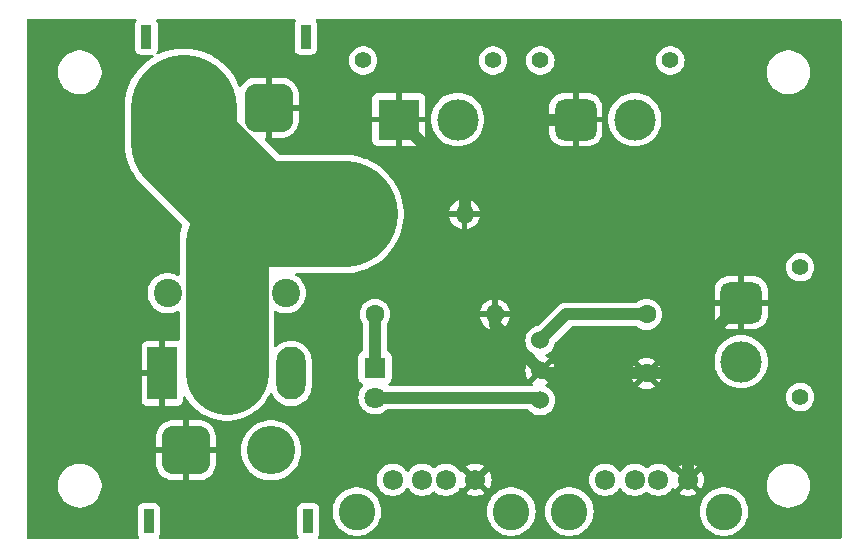
<source format=gbr>
%TF.GenerationSoftware,KiCad,Pcbnew,8.0.8-8.0.8-0~ubuntu22.04.1*%
%TF.CreationDate,2025-03-04T15:18:09+00:00*%
%TF.ProjectId,computer_sensor_board,636f6d70-7574-4657-925f-73656e736f72,rev?*%
%TF.SameCoordinates,Original*%
%TF.FileFunction,Copper,L1,Top*%
%TF.FilePolarity,Positive*%
%FSLAX46Y46*%
G04 Gerber Fmt 4.6, Leading zero omitted, Abs format (unit mm)*
G04 Created by KiCad (PCBNEW 8.0.8-8.0.8-0~ubuntu22.04.1) date 2025-03-04 15:18:09*
%MOMM*%
%LPD*%
G01*
G04 APERTURE LIST*
G04 Aperture macros list*
%AMRoundRect*
0 Rectangle with rounded corners*
0 $1 Rounding radius*
0 $2 $3 $4 $5 $6 $7 $8 $9 X,Y pos of 4 corners*
0 Add a 4 corners polygon primitive as box body*
4,1,4,$2,$3,$4,$5,$6,$7,$8,$9,$2,$3,0*
0 Add four circle primitives for the rounded corners*
1,1,$1+$1,$2,$3*
1,1,$1+$1,$4,$5*
1,1,$1+$1,$6,$7*
1,1,$1+$1,$8,$9*
0 Add four rect primitives between the rounded corners*
20,1,$1+$1,$2,$3,$4,$5,0*
20,1,$1+$1,$4,$5,$6,$7,0*
20,1,$1+$1,$6,$7,$8,$9,0*
20,1,$1+$1,$8,$9,$2,$3,0*%
G04 Aperture macros list end*
%TA.AperFunction,ComponentPad*%
%ADD10C,1.600000*%
%TD*%
%TA.AperFunction,ComponentPad*%
%ADD11O,1.600000X1.600000*%
%TD*%
%TA.AperFunction,ComponentPad*%
%ADD12R,1.800000X1.800000*%
%TD*%
%TA.AperFunction,ComponentPad*%
%ADD13C,1.800000*%
%TD*%
%TA.AperFunction,ComponentPad*%
%ADD14C,2.400000*%
%TD*%
%TA.AperFunction,ComponentPad*%
%ADD15C,1.400000*%
%TD*%
%TA.AperFunction,ComponentPad*%
%ADD16R,3.500000X3.500000*%
%TD*%
%TA.AperFunction,ComponentPad*%
%ADD17C,3.500000*%
%TD*%
%TA.AperFunction,ComponentPad*%
%ADD18C,1.524000*%
%TD*%
%TA.AperFunction,ComponentPad*%
%ADD19C,3.100000*%
%TD*%
%TA.AperFunction,ComponentPad*%
%ADD20C,1.720000*%
%TD*%
%TA.AperFunction,ComponentPad*%
%ADD21RoundRect,0.770000X-0.980000X-0.980000X0.980000X-0.980000X0.980000X0.980000X-0.980000X0.980000X0*%
%TD*%
%TA.AperFunction,ComponentPad*%
%ADD22RoundRect,0.770000X-0.980000X0.980000X-0.980000X-0.980000X0.980000X-0.980000X0.980000X0.980000X0*%
%TD*%
%TA.AperFunction,ComponentPad*%
%ADD23R,2.500000X4.500000*%
%TD*%
%TA.AperFunction,ComponentPad*%
%ADD24O,2.500000X4.500000*%
%TD*%
%TA.AperFunction,ComponentPad*%
%ADD25R,0.900000X2.000000*%
%TD*%
%TA.AperFunction,ComponentPad*%
%ADD26RoundRect,1.025000X1.025000X1.025000X-1.025000X1.025000X-1.025000X-1.025000X1.025000X-1.025000X0*%
%TD*%
%TA.AperFunction,ComponentPad*%
%ADD27C,4.100000*%
%TD*%
%TA.AperFunction,ComponentPad*%
%ADD28RoundRect,1.025000X-1.025000X-1.025000X1.025000X-1.025000X1.025000X1.025000X-1.025000X1.025000X0*%
%TD*%
%TA.AperFunction,Conductor*%
%ADD29C,1.000000*%
%TD*%
%TA.AperFunction,Conductor*%
%ADD30C,9.000000*%
%TD*%
%TA.AperFunction,Conductor*%
%ADD31C,7.000000*%
%TD*%
G04 APERTURE END LIST*
D10*
%TO.P,R1,1*%
%TO.N,Net-(J6-Pin_2)*%
X197420000Y-62000000D03*
D11*
%TO.P,R1,2*%
%TO.N,GND*%
X207580000Y-62000000D03*
%TD*%
D12*
%TO.P,D1,1,K*%
%TO.N,Net-(D1-K)*%
X200000000Y-75000000D03*
D13*
%TO.P,D1,2,A*%
%TO.N,Net-(D1-A)*%
X200000000Y-77540000D03*
%TD*%
D14*
%TO.P,HS1,*%
%TO.N,*%
X182450000Y-68700000D03*
X192450000Y-68700000D03*
%TD*%
D15*
%TO.P,J7,*%
%TO.N,*%
X199000000Y-49000000D03*
X210000000Y-49000000D03*
D16*
%TO.P,J7,1,Pin_1*%
%TO.N,GND*%
X202000000Y-54000000D03*
D17*
%TO.P,J7,2,Pin_2*%
%TO.N,Net-(D1-A)*%
X207000000Y-54000000D03*
%TD*%
D18*
%TO.P,M78AR05-1,1,Vin*%
%TO.N,Net-(D1-A)*%
X214000000Y-77790000D03*
%TO.P,M78AR05-1,2,GND*%
%TO.N,GND*%
X214000000Y-75250000D03*
%TO.P,M78AR05-1,3,Vout*%
%TO.N,Net-(M78AR05-1-Vout)*%
X214000000Y-72710000D03*
%TD*%
D19*
%TO.P,U2,-*%
%TO.N,N/C*%
X198460000Y-87200000D03*
X211540000Y-87200000D03*
D20*
%TO.P,U2,1,VBus*%
%TO.N,Net-(M78AR05-1-Vout)*%
X201500000Y-84500000D03*
%TO.P,U2,2,D-*%
%TO.N,unconnected-(U2-D--Pad2)*%
X204000000Y-84500000D03*
%TO.P,U2,3,D+*%
%TO.N,unconnected-(U2-D+-Pad3)*%
X206000000Y-84500000D03*
%TO.P,U2,4,GND*%
%TO.N,GND*%
X208500000Y-84500000D03*
%TD*%
D10*
%TO.P,R2,1*%
%TO.N,Net-(D1-K)*%
X200000000Y-70500000D03*
D11*
%TO.P,R2,2*%
%TO.N,GND*%
X210160000Y-70500000D03*
%TD*%
D15*
%TO.P,J1,*%
%TO.N,*%
X214000000Y-49000000D03*
X225000000Y-49000000D03*
D21*
%TO.P,J1,1,Pin_1*%
%TO.N,GND*%
X217000000Y-54000000D03*
D17*
%TO.P,J1,2,Pin_2*%
%TO.N,Net-(D1-A)*%
X222000000Y-54000000D03*
%TD*%
D19*
%TO.P,U1,-*%
%TO.N,N/C*%
X216460000Y-87200000D03*
X229540000Y-87200000D03*
D20*
%TO.P,U1,1,VBus*%
%TO.N,Net-(M78AR05-1-Vout)*%
X219500000Y-84500000D03*
%TO.P,U1,2,D-*%
%TO.N,unconnected-(U1-D--Pad2)*%
X222000000Y-84500000D03*
%TO.P,U1,3,D+*%
%TO.N,unconnected-(U1-D+-Pad3)*%
X224000000Y-84500000D03*
%TO.P,U1,4,GND*%
%TO.N,GND*%
X226500000Y-84500000D03*
%TD*%
D15*
%TO.P,J5,*%
%TO.N,*%
X236000000Y-66500000D03*
X236000000Y-77500000D03*
D22*
%TO.P,J5,1,Pin_1*%
%TO.N,GND*%
X231000000Y-69500000D03*
D17*
%TO.P,J5,2,Pin_2*%
%TO.N,Net-(D1-A)*%
X231000000Y-74500000D03*
%TD*%
D23*
%TO.P,Q2,1,G*%
%TO.N,GND*%
X182000000Y-75500000D03*
D24*
%TO.P,Q2,2,D*%
%TO.N,Net-(J6-Pin_2)*%
X187450000Y-75500000D03*
%TO.P,Q2,3,S*%
%TO.N,Net-(D1-A)*%
X192900000Y-75500000D03*
%TD*%
D10*
%TO.P,C1,1*%
%TO.N,Net-(M78AR05-1-Vout)*%
X223000000Y-70500000D03*
%TO.P,C1,2*%
%TO.N,GND*%
X223000000Y-75500000D03*
%TD*%
D25*
%TO.P,J2,*%
%TO.N,*%
X194350000Y-88000000D03*
X180850000Y-88000000D03*
D26*
%TO.P,J2,1,Pin_1*%
%TO.N,GND*%
X184000000Y-82000000D03*
D27*
%TO.P,J2,2,Pin_2*%
%TO.N,Net-(D1-A)*%
X191200000Y-82000000D03*
%TD*%
D25*
%TO.P,J6,*%
%TO.N,*%
X180650000Y-47000000D03*
X194150000Y-47000000D03*
D28*
%TO.P,J6,1,Pin_1*%
%TO.N,GND*%
X191000000Y-53000000D03*
D27*
%TO.P,J6,2,Pin_2*%
%TO.N,Net-(J6-Pin_2)*%
X183800000Y-53000000D03*
%TD*%
D29*
%TO.N,Net-(M78AR05-1-Vout)*%
X216210000Y-70500000D02*
X214000000Y-72710000D01*
X223000000Y-70500000D02*
X216210000Y-70500000D01*
%TO.N,GND*%
X214250000Y-75500000D02*
X214000000Y-75250000D01*
X207580000Y-62000000D02*
X207580000Y-59580000D01*
X226000000Y-75500000D02*
X226000000Y-74500000D01*
X217000000Y-54000000D02*
X213160000Y-54000000D01*
X223000000Y-75500000D02*
X226000000Y-75500000D01*
X226000000Y-75500000D02*
X226500000Y-76000000D01*
X223000000Y-75500000D02*
X214250000Y-75500000D01*
X226500000Y-76000000D02*
X226500000Y-84500000D01*
X210160000Y-70500000D02*
X210160000Y-71410000D01*
X210160000Y-71410000D02*
X214000000Y-75250000D01*
X207580000Y-59580000D02*
X202000000Y-54000000D01*
X213160000Y-54000000D02*
X207580000Y-59580000D01*
X226000000Y-74500000D02*
X231000000Y-69500000D01*
X210160000Y-70500000D02*
X210500000Y-70500000D01*
D30*
%TO.N,Net-(J6-Pin_2)*%
X189846612Y-62000000D02*
X197420000Y-62000000D01*
D31*
X187450000Y-64396612D02*
X189846612Y-62000000D01*
D30*
X183800000Y-53000000D02*
X183800000Y-55953388D01*
D31*
X187450000Y-75500000D02*
X187450000Y-64396612D01*
D30*
X183800000Y-55953388D02*
X189846612Y-62000000D01*
D29*
%TO.N,Net-(D1-A)*%
X200000000Y-77540000D02*
X213750000Y-77540000D01*
X213750000Y-77540000D02*
X214000000Y-77790000D01*
%TO.N,Net-(D1-K)*%
X200000000Y-70500000D02*
X200000000Y-75000000D01*
%TD*%
%TA.AperFunction,Conductor*%
%TO.N,GND*%
G36*
X179768038Y-45520185D02*
G01*
X179813793Y-45572989D01*
X179823737Y-45642147D01*
X179800265Y-45698810D01*
X179780238Y-45725562D01*
X179756204Y-45757668D01*
X179756202Y-45757671D01*
X179705908Y-45892517D01*
X179699501Y-45952116D01*
X179699501Y-45952123D01*
X179699500Y-45952135D01*
X179699500Y-48047870D01*
X179699501Y-48047876D01*
X179705908Y-48107483D01*
X179756202Y-48242328D01*
X179756206Y-48242335D01*
X179842452Y-48357544D01*
X179842455Y-48357547D01*
X179957664Y-48443793D01*
X179957671Y-48443797D01*
X180092517Y-48494091D01*
X180092516Y-48494091D01*
X180099444Y-48494835D01*
X180152127Y-48500500D01*
X181129590Y-48500499D01*
X181196629Y-48520183D01*
X181242384Y-48572987D01*
X181252328Y-48642146D01*
X181223303Y-48705702D01*
X181191590Y-48731886D01*
X181110682Y-48778598D01*
X181110656Y-48778614D01*
X180752986Y-49029057D01*
X180418490Y-49309734D01*
X180109734Y-49618490D01*
X179829057Y-49952986D01*
X179578614Y-50310656D01*
X179578598Y-50310682D01*
X179360280Y-50688819D01*
X179360272Y-50688835D01*
X179175746Y-51084550D01*
X179175740Y-51084565D01*
X179026392Y-51494894D01*
X178913383Y-51916655D01*
X178913379Y-51916672D01*
X178837557Y-52346675D01*
X178837557Y-52346679D01*
X178799500Y-52781669D01*
X178799500Y-56171719D01*
X178806349Y-56249999D01*
X178837556Y-56606706D01*
X178906817Y-56999500D01*
X178913381Y-57036725D01*
X178913383Y-57036732D01*
X179026392Y-57458493D01*
X179175740Y-57868822D01*
X179175746Y-57868837D01*
X179360272Y-58264552D01*
X179360277Y-58264562D01*
X179578603Y-58642714D01*
X179795859Y-58952988D01*
X179829057Y-59000401D01*
X180109734Y-59334897D01*
X183662190Y-62887353D01*
X183695675Y-62948676D01*
X183690691Y-63018368D01*
X183689072Y-63022483D01*
X183678810Y-63047259D01*
X183564706Y-63423407D01*
X183564703Y-63423418D01*
X183507204Y-63712498D01*
X183488028Y-63808903D01*
X183488025Y-63808920D01*
X183449500Y-64200083D01*
X183449500Y-67096577D01*
X183429815Y-67163616D01*
X183377011Y-67209371D01*
X183307853Y-67219315D01*
X183271699Y-67208297D01*
X183073006Y-67112612D01*
X183073008Y-67112612D01*
X182829466Y-67037489D01*
X182829462Y-67037488D01*
X182829458Y-67037487D01*
X182708231Y-67019214D01*
X182577440Y-66999500D01*
X182577435Y-66999500D01*
X182322565Y-66999500D01*
X182322559Y-66999500D01*
X182165609Y-67023157D01*
X182070542Y-67037487D01*
X182070539Y-67037488D01*
X182070533Y-67037489D01*
X181826992Y-67112612D01*
X181597373Y-67223190D01*
X181597372Y-67223191D01*
X181386782Y-67366768D01*
X181199952Y-67540121D01*
X181199950Y-67540123D01*
X181041041Y-67739388D01*
X180913608Y-67960109D01*
X180820492Y-68197362D01*
X180820490Y-68197369D01*
X180763777Y-68445845D01*
X180744732Y-68699995D01*
X180744732Y-68700004D01*
X180763777Y-68954154D01*
X180763778Y-68954157D01*
X180820492Y-69202637D01*
X180913607Y-69439888D01*
X181041041Y-69660612D01*
X181199950Y-69859877D01*
X181386783Y-70033232D01*
X181597366Y-70176805D01*
X181597371Y-70176807D01*
X181597372Y-70176808D01*
X181597373Y-70176809D01*
X181719328Y-70235538D01*
X181826992Y-70287387D01*
X181826993Y-70287387D01*
X181826996Y-70287389D01*
X182070542Y-70362513D01*
X182322565Y-70400500D01*
X182577435Y-70400500D01*
X182829458Y-70362513D01*
X183073004Y-70287389D01*
X183271701Y-70191701D01*
X183340639Y-70180350D01*
X183404774Y-70208072D01*
X183443740Y-70266067D01*
X183449500Y-70303422D01*
X183449500Y-72628260D01*
X183429815Y-72695299D01*
X183377011Y-72741054D01*
X183312245Y-72751550D01*
X183297828Y-72750000D01*
X182250000Y-72750000D01*
X182250000Y-74791759D01*
X182218767Y-74778822D01*
X182073869Y-74750000D01*
X181926131Y-74750000D01*
X181781233Y-74778822D01*
X181750000Y-74791759D01*
X181750000Y-72750000D01*
X180702155Y-72750000D01*
X180642627Y-72756401D01*
X180642620Y-72756403D01*
X180507913Y-72806645D01*
X180507906Y-72806649D01*
X180392812Y-72892809D01*
X180392809Y-72892812D01*
X180306649Y-73007906D01*
X180306645Y-73007913D01*
X180256403Y-73142620D01*
X180256401Y-73142627D01*
X180250000Y-73202155D01*
X180250000Y-75250000D01*
X181291759Y-75250000D01*
X181278822Y-75281233D01*
X181250000Y-75426131D01*
X181250000Y-75573869D01*
X181278822Y-75718767D01*
X181291759Y-75750000D01*
X180250000Y-75750000D01*
X180250000Y-77797844D01*
X180256401Y-77857372D01*
X180256403Y-77857379D01*
X180306645Y-77992086D01*
X180306649Y-77992093D01*
X180392809Y-78107187D01*
X180392812Y-78107190D01*
X180507906Y-78193350D01*
X180507913Y-78193354D01*
X180642620Y-78243596D01*
X180642627Y-78243598D01*
X180702155Y-78249999D01*
X180702172Y-78250000D01*
X181750000Y-78250000D01*
X181750000Y-76208240D01*
X181781233Y-76221178D01*
X181926131Y-76250000D01*
X182073869Y-76250000D01*
X182218767Y-76221178D01*
X182250000Y-76208240D01*
X182250000Y-78250000D01*
X183297828Y-78250000D01*
X183297844Y-78249999D01*
X183357372Y-78243598D01*
X183357379Y-78243596D01*
X183492086Y-78193354D01*
X183492093Y-78193350D01*
X183607187Y-78107190D01*
X183607190Y-78107187D01*
X183693350Y-77992093D01*
X183693354Y-77992086D01*
X183743596Y-77857379D01*
X183743598Y-77857372D01*
X183749999Y-77797844D01*
X183750000Y-77797827D01*
X183750000Y-77559305D01*
X183769685Y-77492266D01*
X183822489Y-77446511D01*
X183891647Y-77436567D01*
X183955203Y-77465592D01*
X183983356Y-77500849D01*
X184014518Y-77559149D01*
X184014521Y-77559154D01*
X184014522Y-77559155D01*
X184232887Y-77885960D01*
X184232897Y-77885974D01*
X184482254Y-78189817D01*
X184760182Y-78467745D01*
X184760187Y-78467749D01*
X184760188Y-78467750D01*
X185064031Y-78717107D01*
X185390851Y-78935482D01*
X185390860Y-78935487D01*
X185390862Y-78935488D01*
X185737495Y-79120767D01*
X185737497Y-79120767D01*
X185737503Y-79120771D01*
X186100647Y-79271190D01*
X186476785Y-79385290D01*
X186476791Y-79385291D01*
X186476794Y-79385292D01*
X186476805Y-79385295D01*
X186853459Y-79460215D01*
X186862297Y-79461973D01*
X187253468Y-79500500D01*
X187253471Y-79500500D01*
X187646529Y-79500500D01*
X187646532Y-79500500D01*
X188037703Y-79461973D01*
X188112748Y-79447045D01*
X188423194Y-79385295D01*
X188423205Y-79385292D01*
X188423205Y-79385291D01*
X188423215Y-79385290D01*
X188799353Y-79271190D01*
X189162497Y-79120771D01*
X189509149Y-78935482D01*
X189835969Y-78717107D01*
X190139812Y-78467750D01*
X190417750Y-78189812D01*
X190667107Y-77885969D01*
X190885482Y-77559149D01*
X191070771Y-77212497D01*
X191071014Y-77211909D01*
X191071096Y-77211807D01*
X191072074Y-77209741D01*
X191072571Y-77209976D01*
X191114842Y-77157498D01*
X191181132Y-77135419D01*
X191248835Y-77152684D01*
X191296456Y-77203811D01*
X191300145Y-77211886D01*
X191326652Y-77275881D01*
X191326657Y-77275890D01*
X191441392Y-77474617D01*
X191581081Y-77656661D01*
X191581089Y-77656670D01*
X191743330Y-77818911D01*
X191743338Y-77818918D01*
X191925382Y-77958607D01*
X191925385Y-77958608D01*
X191925388Y-77958611D01*
X192124112Y-78073344D01*
X192124117Y-78073346D01*
X192124123Y-78073349D01*
X192205816Y-78107187D01*
X192336113Y-78161158D01*
X192557762Y-78220548D01*
X192774312Y-78249057D01*
X192781460Y-78249999D01*
X192785266Y-78250500D01*
X192785273Y-78250500D01*
X193014727Y-78250500D01*
X193014734Y-78250500D01*
X193242238Y-78220548D01*
X193463887Y-78161158D01*
X193675888Y-78073344D01*
X193874612Y-77958611D01*
X194056661Y-77818919D01*
X194056665Y-77818914D01*
X194056670Y-77818911D01*
X194218911Y-77656670D01*
X194218914Y-77656665D01*
X194218919Y-77656661D01*
X194308442Y-77539993D01*
X198594700Y-77539993D01*
X198594700Y-77540006D01*
X198613864Y-77771297D01*
X198613866Y-77771308D01*
X198670842Y-77996300D01*
X198764075Y-78208848D01*
X198891016Y-78403147D01*
X198891019Y-78403151D01*
X198891021Y-78403153D01*
X199048216Y-78573913D01*
X199048219Y-78573915D01*
X199048222Y-78573918D01*
X199231365Y-78716464D01*
X199231371Y-78716468D01*
X199231374Y-78716470D01*
X199435497Y-78826936D01*
X199549487Y-78866068D01*
X199655015Y-78902297D01*
X199655017Y-78902297D01*
X199655019Y-78902298D01*
X199883951Y-78940500D01*
X199883952Y-78940500D01*
X200116048Y-78940500D01*
X200116049Y-78940500D01*
X200344981Y-78902298D01*
X200564503Y-78826936D01*
X200768626Y-78716470D01*
X200951784Y-78573913D01*
X200951800Y-78573895D01*
X200952479Y-78573272D01*
X200952827Y-78573100D01*
X200955830Y-78570763D01*
X200956310Y-78571380D01*
X201015133Y-78542348D01*
X201036464Y-78540500D01*
X212919726Y-78540500D01*
X212986765Y-78560185D01*
X213021300Y-78593376D01*
X213029171Y-78604617D01*
X213029173Y-78604619D01*
X213029174Y-78604620D01*
X213185380Y-78760826D01*
X213185383Y-78760828D01*
X213185384Y-78760829D01*
X213366333Y-78887531D01*
X213366335Y-78887532D01*
X213366338Y-78887534D01*
X213566550Y-78980894D01*
X213779932Y-79038070D01*
X213937123Y-79051822D01*
X213999998Y-79057323D01*
X214000000Y-79057323D01*
X214000002Y-79057323D01*
X214055017Y-79052509D01*
X214220068Y-79038070D01*
X214433450Y-78980894D01*
X214633662Y-78887534D01*
X214814620Y-78760826D01*
X214970826Y-78604620D01*
X215097534Y-78423662D01*
X215190894Y-78223450D01*
X215248070Y-78010068D01*
X215267323Y-77790000D01*
X215265687Y-77771305D01*
X215255658Y-77656670D01*
X215248070Y-77569932D01*
X215229331Y-77499999D01*
X234794357Y-77499999D01*
X234794357Y-77500000D01*
X234814884Y-77721535D01*
X234814885Y-77721537D01*
X234875769Y-77935523D01*
X234875775Y-77935538D01*
X234974938Y-78134683D01*
X234974943Y-78134691D01*
X235109020Y-78312238D01*
X235273437Y-78462123D01*
X235273439Y-78462125D01*
X235462595Y-78579245D01*
X235462596Y-78579245D01*
X235462599Y-78579247D01*
X235670060Y-78659618D01*
X235888757Y-78700500D01*
X235888759Y-78700500D01*
X236111241Y-78700500D01*
X236111243Y-78700500D01*
X236329940Y-78659618D01*
X236537401Y-78579247D01*
X236726562Y-78462124D01*
X236890981Y-78312236D01*
X237025058Y-78134689D01*
X237124229Y-77935528D01*
X237185115Y-77721536D01*
X237205643Y-77500000D01*
X237203290Y-77474612D01*
X237185115Y-77278464D01*
X237185114Y-77278462D01*
X237184382Y-77275890D01*
X237124229Y-77064472D01*
X237079867Y-76975381D01*
X237025061Y-76865316D01*
X237025056Y-76865308D01*
X236890979Y-76687761D01*
X236726562Y-76537876D01*
X236726560Y-76537874D01*
X236537404Y-76420754D01*
X236537398Y-76420752D01*
X236329940Y-76340382D01*
X236111243Y-76299500D01*
X235888757Y-76299500D01*
X235670060Y-76340382D01*
X235584000Y-76373722D01*
X235462601Y-76420752D01*
X235462595Y-76420754D01*
X235273439Y-76537874D01*
X235273437Y-76537876D01*
X235109020Y-76687761D01*
X234974943Y-76865308D01*
X234974938Y-76865316D01*
X234875775Y-77064461D01*
X234875769Y-77064476D01*
X234814885Y-77278462D01*
X234814884Y-77278464D01*
X234794357Y-77499999D01*
X215229331Y-77499999D01*
X215190894Y-77356550D01*
X215097534Y-77156339D01*
X214970826Y-76975380D01*
X214814620Y-76819174D01*
X214814616Y-76819171D01*
X214814615Y-76819170D01*
X214633666Y-76692468D01*
X214633662Y-76692466D01*
X214504218Y-76632105D01*
X214451779Y-76585932D01*
X214432627Y-76518739D01*
X214452843Y-76451858D01*
X214504219Y-76407340D01*
X214633416Y-76347095D01*
X214633417Y-76347094D01*
X214698188Y-76301741D01*
X214027448Y-75631000D01*
X214050160Y-75631000D01*
X214147061Y-75605036D01*
X214233940Y-75554876D01*
X214304876Y-75483940D01*
X214355036Y-75397061D01*
X214381000Y-75300160D01*
X214381000Y-75277447D01*
X215051741Y-75948188D01*
X215097094Y-75883417D01*
X215097100Y-75883407D01*
X215190419Y-75683284D01*
X215190424Y-75683270D01*
X215239532Y-75499997D01*
X221695034Y-75499997D01*
X221695034Y-75500002D01*
X221714858Y-75726599D01*
X221714860Y-75726610D01*
X221773730Y-75946317D01*
X221773735Y-75946331D01*
X221869863Y-76152478D01*
X221920974Y-76225472D01*
X222600000Y-75546446D01*
X222600000Y-75552661D01*
X222627259Y-75654394D01*
X222679920Y-75745606D01*
X222754394Y-75820080D01*
X222845606Y-75872741D01*
X222947339Y-75900000D01*
X222953553Y-75900000D01*
X222274526Y-76579025D01*
X222347513Y-76630132D01*
X222347521Y-76630136D01*
X222553668Y-76726264D01*
X222553682Y-76726269D01*
X222773389Y-76785139D01*
X222773400Y-76785141D01*
X222999998Y-76804966D01*
X223000002Y-76804966D01*
X223226599Y-76785141D01*
X223226610Y-76785139D01*
X223446317Y-76726269D01*
X223446331Y-76726264D01*
X223652478Y-76630136D01*
X223725471Y-76579024D01*
X223046447Y-75900000D01*
X223052661Y-75900000D01*
X223154394Y-75872741D01*
X223245606Y-75820080D01*
X223320080Y-75745606D01*
X223372741Y-75654394D01*
X223400000Y-75552661D01*
X223400000Y-75546447D01*
X224079024Y-76225471D01*
X224130136Y-76152478D01*
X224226264Y-75946331D01*
X224226269Y-75946317D01*
X224285139Y-75726610D01*
X224285141Y-75726599D01*
X224304966Y-75500002D01*
X224304966Y-75499997D01*
X224285141Y-75273400D01*
X224285139Y-75273389D01*
X224226269Y-75053682D01*
X224226264Y-75053668D01*
X224130136Y-74847521D01*
X224130132Y-74847513D01*
X224079025Y-74774526D01*
X223400000Y-75453551D01*
X223400000Y-75447339D01*
X223372741Y-75345606D01*
X223320080Y-75254394D01*
X223245606Y-75179920D01*
X223154394Y-75127259D01*
X223052661Y-75100000D01*
X223046448Y-75100000D01*
X223646454Y-74499992D01*
X228744671Y-74499992D01*
X228744671Y-74500007D01*
X228763964Y-74794363D01*
X228763965Y-74794373D01*
X228763966Y-74794380D01*
X228808060Y-75016060D01*
X228821518Y-75083716D01*
X228821521Y-75083730D01*
X228916349Y-75363080D01*
X229046825Y-75627660D01*
X229046829Y-75627667D01*
X229210725Y-75872955D01*
X229405241Y-76094758D01*
X229627044Y-76289274D01*
X229823818Y-76420754D01*
X229872335Y-76453172D01*
X230136923Y-76583652D01*
X230416278Y-76678481D01*
X230705620Y-76736034D01*
X230733888Y-76737886D01*
X230999993Y-76755329D01*
X231000000Y-76755329D01*
X231000007Y-76755329D01*
X231235675Y-76739881D01*
X231294380Y-76736034D01*
X231583722Y-76678481D01*
X231863077Y-76583652D01*
X232127665Y-76453172D01*
X232372957Y-76289273D01*
X232594758Y-76094758D01*
X232789273Y-75872957D01*
X232953172Y-75627665D01*
X233083652Y-75363077D01*
X233178481Y-75083722D01*
X233236034Y-74794380D01*
X233247687Y-74616590D01*
X233255329Y-74500007D01*
X233255329Y-74499992D01*
X233236640Y-74214860D01*
X233236034Y-74205620D01*
X233178481Y-73916278D01*
X233083652Y-73636923D01*
X232953172Y-73372336D01*
X232934015Y-73343666D01*
X232825385Y-73181089D01*
X232789273Y-73127043D01*
X232714156Y-73041389D01*
X232594758Y-72905241D01*
X232372955Y-72710725D01*
X232127667Y-72546829D01*
X232127660Y-72546825D01*
X231863080Y-72416349D01*
X231583730Y-72321521D01*
X231583724Y-72321519D01*
X231583722Y-72321519D01*
X231294380Y-72263966D01*
X231294373Y-72263965D01*
X231294363Y-72263964D01*
X231000007Y-72244671D01*
X230999993Y-72244671D01*
X230705636Y-72263964D01*
X230705624Y-72263965D01*
X230705620Y-72263966D01*
X230705612Y-72263967D01*
X230705609Y-72263968D01*
X230416283Y-72321518D01*
X230416269Y-72321521D01*
X230136919Y-72416349D01*
X229872334Y-72546828D01*
X229627041Y-72710728D01*
X229405241Y-72905241D01*
X229210728Y-73127041D01*
X229046828Y-73372334D01*
X228916349Y-73636919D01*
X228821521Y-73916269D01*
X228821518Y-73916283D01*
X228763968Y-74205609D01*
X228763964Y-74205636D01*
X228744671Y-74499992D01*
X223646454Y-74499992D01*
X223725472Y-74420974D01*
X223652478Y-74369863D01*
X223446331Y-74273735D01*
X223446317Y-74273730D01*
X223226610Y-74214860D01*
X223226599Y-74214858D01*
X223000002Y-74195034D01*
X222999998Y-74195034D01*
X222773400Y-74214858D01*
X222773389Y-74214860D01*
X222553682Y-74273730D01*
X222553673Y-74273734D01*
X222347516Y-74369866D01*
X222347512Y-74369868D01*
X222274526Y-74420973D01*
X222274526Y-74420974D01*
X222953553Y-75100000D01*
X222947339Y-75100000D01*
X222845606Y-75127259D01*
X222754394Y-75179920D01*
X222679920Y-75254394D01*
X222627259Y-75345606D01*
X222600000Y-75447339D01*
X222600000Y-75453552D01*
X221920974Y-74774526D01*
X221920973Y-74774526D01*
X221869868Y-74847512D01*
X221869866Y-74847516D01*
X221773734Y-75053673D01*
X221773730Y-75053682D01*
X221714860Y-75273389D01*
X221714858Y-75273400D01*
X221695034Y-75499997D01*
X215239532Y-75499997D01*
X215247573Y-75469986D01*
X215247575Y-75469976D01*
X215266821Y-75250000D01*
X215266821Y-75249999D01*
X215247575Y-75030023D01*
X215247573Y-75030013D01*
X215190424Y-74816729D01*
X215190420Y-74816720D01*
X215097096Y-74616586D01*
X215051741Y-74551811D01*
X215051740Y-74551810D01*
X214381000Y-75222551D01*
X214381000Y-75199840D01*
X214355036Y-75102939D01*
X214304876Y-75016060D01*
X214233940Y-74945124D01*
X214147061Y-74894964D01*
X214050160Y-74869000D01*
X214027448Y-74869000D01*
X214698188Y-74198259D01*
X214698187Y-74198258D01*
X214633411Y-74152901D01*
X214633405Y-74152898D01*
X214504219Y-74092658D01*
X214451779Y-74046486D01*
X214432627Y-73979293D01*
X214452843Y-73912411D01*
X214504219Y-73867894D01*
X214526142Y-73857671D01*
X214633662Y-73807534D01*
X214814620Y-73680826D01*
X214970826Y-73524620D01*
X215097534Y-73343662D01*
X215190894Y-73143450D01*
X215248070Y-72930068D01*
X215249238Y-72916707D01*
X215274687Y-72851642D01*
X215285077Y-72839841D01*
X216588101Y-71536819D01*
X216649424Y-71503334D01*
X216675782Y-71500500D01*
X222122412Y-71500500D01*
X222189451Y-71520185D01*
X222193523Y-71522917D01*
X222347266Y-71630568D01*
X222553504Y-71726739D01*
X222773308Y-71785635D01*
X222935230Y-71799801D01*
X222999998Y-71805468D01*
X223000000Y-71805468D01*
X223000002Y-71805468D01*
X223056673Y-71800509D01*
X223226692Y-71785635D01*
X223446496Y-71726739D01*
X223652734Y-71630568D01*
X223839139Y-71500047D01*
X224000047Y-71339139D01*
X224130568Y-71152734D01*
X224226739Y-70946496D01*
X224285635Y-70726692D01*
X224305468Y-70500000D01*
X224285635Y-70273308D01*
X224226739Y-70053504D01*
X224130568Y-69847266D01*
X224000047Y-69660861D01*
X224000045Y-69660858D01*
X223839141Y-69499954D01*
X223652734Y-69369432D01*
X223652732Y-69369431D01*
X223446497Y-69273261D01*
X223446488Y-69273258D01*
X223226697Y-69214366D01*
X223226693Y-69214365D01*
X223226692Y-69214365D01*
X223226691Y-69214364D01*
X223226686Y-69214364D01*
X223000002Y-69194532D01*
X222999998Y-69194532D01*
X222773313Y-69214364D01*
X222773302Y-69214366D01*
X222553511Y-69273258D01*
X222553502Y-69273261D01*
X222347267Y-69369431D01*
X222347265Y-69369432D01*
X222193535Y-69477075D01*
X222127329Y-69499402D01*
X222122412Y-69499500D01*
X216111455Y-69499500D01*
X216014812Y-69518724D01*
X215918167Y-69537947D01*
X215918161Y-69537949D01*
X215864834Y-69560037D01*
X215864834Y-69560038D01*
X215819315Y-69578892D01*
X215736089Y-69613366D01*
X215736079Y-69613371D01*
X215572219Y-69722859D01*
X215517974Y-69777105D01*
X215432861Y-69862218D01*
X215432858Y-69862221D01*
X213870165Y-71424913D01*
X213808842Y-71458398D01*
X213793299Y-71460759D01*
X213779943Y-71461928D01*
X213779929Y-71461930D01*
X213566554Y-71519104D01*
X213566548Y-71519107D01*
X213366340Y-71612465D01*
X213366338Y-71612466D01*
X213185377Y-71739175D01*
X213029175Y-71895377D01*
X212902466Y-72076338D01*
X212902465Y-72076340D01*
X212809107Y-72276548D01*
X212809104Y-72276554D01*
X212751930Y-72489929D01*
X212751929Y-72489937D01*
X212732677Y-72709997D01*
X212732677Y-72710002D01*
X212751929Y-72930062D01*
X212751930Y-72930070D01*
X212809104Y-73143445D01*
X212809105Y-73143447D01*
X212809106Y-73143450D01*
X212858263Y-73248867D01*
X212902466Y-73343662D01*
X212902468Y-73343666D01*
X213029170Y-73524615D01*
X213029175Y-73524621D01*
X213185378Y-73680824D01*
X213185384Y-73680829D01*
X213366333Y-73807531D01*
X213366335Y-73807532D01*
X213366338Y-73807534D01*
X213473858Y-73857671D01*
X213495781Y-73867894D01*
X213548220Y-73914066D01*
X213567372Y-73981260D01*
X213547156Y-74048141D01*
X213495781Y-74092658D01*
X213366590Y-74152901D01*
X213301811Y-74198258D01*
X213972553Y-74869000D01*
X213949840Y-74869000D01*
X213852939Y-74894964D01*
X213766060Y-74945124D01*
X213695124Y-75016060D01*
X213644964Y-75102939D01*
X213619000Y-75199840D01*
X213619000Y-75222552D01*
X212948258Y-74551811D01*
X212902901Y-74616590D01*
X212809579Y-74816720D01*
X212809575Y-74816729D01*
X212752426Y-75030013D01*
X212752424Y-75030023D01*
X212733179Y-75249999D01*
X212733179Y-75250000D01*
X212752424Y-75469976D01*
X212752426Y-75469986D01*
X212809575Y-75683270D01*
X212809580Y-75683284D01*
X212902898Y-75883405D01*
X212902901Y-75883411D01*
X212948258Y-75948187D01*
X212948259Y-75948188D01*
X213619000Y-75277447D01*
X213619000Y-75300160D01*
X213644964Y-75397061D01*
X213695124Y-75483940D01*
X213766060Y-75554876D01*
X213852939Y-75605036D01*
X213949840Y-75631000D01*
X213972553Y-75631000D01*
X213301810Y-76301740D01*
X213319212Y-76313925D01*
X213362837Y-76368502D01*
X213370029Y-76438001D01*
X213338507Y-76500355D01*
X213278277Y-76535769D01*
X213248088Y-76539500D01*
X201253461Y-76539500D01*
X201186422Y-76519815D01*
X201140667Y-76467011D01*
X201130723Y-76397853D01*
X201159748Y-76334297D01*
X201179150Y-76316234D01*
X201225513Y-76281525D01*
X201257546Y-76257546D01*
X201343796Y-76142331D01*
X201394091Y-76007483D01*
X201400500Y-75947873D01*
X201400499Y-74052128D01*
X201394091Y-73992517D01*
X201389892Y-73981260D01*
X201343797Y-73857671D01*
X201343793Y-73857664D01*
X201257547Y-73742455D01*
X201257544Y-73742452D01*
X201142335Y-73656206D01*
X201142328Y-73656202D01*
X201081167Y-73633391D01*
X201025233Y-73591520D01*
X201000816Y-73526056D01*
X201000500Y-73517209D01*
X201000500Y-71377588D01*
X201020185Y-71310549D01*
X201022925Y-71306465D01*
X201130568Y-71152734D01*
X201226739Y-70946496D01*
X201285635Y-70726692D01*
X201305468Y-70500000D01*
X201285635Y-70273308D01*
X201279389Y-70249999D01*
X208881127Y-70249999D01*
X208881128Y-70250000D01*
X209844314Y-70250000D01*
X209839920Y-70254394D01*
X209787259Y-70345606D01*
X209760000Y-70447339D01*
X209760000Y-70552661D01*
X209787259Y-70654394D01*
X209839920Y-70745606D01*
X209844314Y-70750000D01*
X208881128Y-70750000D01*
X208933730Y-70946317D01*
X208933734Y-70946326D01*
X209029865Y-71152482D01*
X209160342Y-71338820D01*
X209321179Y-71499657D01*
X209507517Y-71630134D01*
X209713673Y-71726265D01*
X209713682Y-71726269D01*
X209909999Y-71778872D01*
X209910000Y-71778871D01*
X209910000Y-70815686D01*
X209914394Y-70820080D01*
X210005606Y-70872741D01*
X210107339Y-70900000D01*
X210212661Y-70900000D01*
X210314394Y-70872741D01*
X210405606Y-70820080D01*
X210410000Y-70815686D01*
X210410000Y-71778872D01*
X210606317Y-71726269D01*
X210606326Y-71726265D01*
X210812482Y-71630134D01*
X210998820Y-71499657D01*
X211159657Y-71338820D01*
X211290134Y-71152482D01*
X211386265Y-70946326D01*
X211386269Y-70946317D01*
X211438872Y-70750000D01*
X210475686Y-70750000D01*
X210480080Y-70745606D01*
X210532741Y-70654394D01*
X210560000Y-70552661D01*
X210560000Y-70447339D01*
X210532741Y-70345606D01*
X210480080Y-70254394D01*
X210475686Y-70250000D01*
X211438872Y-70250000D01*
X211438872Y-70249999D01*
X211386269Y-70053682D01*
X211386265Y-70053673D01*
X211290134Y-69847517D01*
X211159657Y-69661179D01*
X210998820Y-69500342D01*
X210812482Y-69369865D01*
X210606328Y-69273734D01*
X210410000Y-69221127D01*
X210410000Y-70184314D01*
X210405606Y-70179920D01*
X210314394Y-70127259D01*
X210212661Y-70100000D01*
X210107339Y-70100000D01*
X210005606Y-70127259D01*
X209914394Y-70179920D01*
X209910000Y-70184314D01*
X209910000Y-69221127D01*
X209713671Y-69273734D01*
X209507517Y-69369865D01*
X209321179Y-69500342D01*
X209160342Y-69661179D01*
X209029865Y-69847517D01*
X208933734Y-70053673D01*
X208933730Y-70053682D01*
X208881127Y-70249999D01*
X201279389Y-70249999D01*
X201226739Y-70053504D01*
X201130568Y-69847266D01*
X201000047Y-69660861D01*
X201000045Y-69660858D01*
X200839141Y-69499954D01*
X200652734Y-69369432D01*
X200652732Y-69369431D01*
X200446497Y-69273261D01*
X200446488Y-69273258D01*
X200226697Y-69214366D01*
X200226693Y-69214365D01*
X200226692Y-69214365D01*
X200226691Y-69214364D01*
X200226686Y-69214364D01*
X200000002Y-69194532D01*
X199999998Y-69194532D01*
X199773313Y-69214364D01*
X199773302Y-69214366D01*
X199553511Y-69273258D01*
X199553502Y-69273261D01*
X199347267Y-69369431D01*
X199347265Y-69369432D01*
X199160858Y-69499954D01*
X198999954Y-69660858D01*
X198869432Y-69847265D01*
X198869431Y-69847267D01*
X198773261Y-70053502D01*
X198773258Y-70053511D01*
X198714366Y-70273302D01*
X198714364Y-70273313D01*
X198694532Y-70499998D01*
X198694532Y-70500001D01*
X198714364Y-70726686D01*
X198714366Y-70726697D01*
X198773258Y-70946488D01*
X198773261Y-70946496D01*
X198869432Y-71152734D01*
X198970589Y-71297203D01*
X198977075Y-71306465D01*
X198999402Y-71372671D01*
X198999500Y-71377588D01*
X198999500Y-73517209D01*
X198979815Y-73584248D01*
X198927011Y-73630003D01*
X198918833Y-73633391D01*
X198857671Y-73656202D01*
X198857664Y-73656206D01*
X198742455Y-73742452D01*
X198742452Y-73742455D01*
X198656206Y-73857664D01*
X198656202Y-73857671D01*
X198605908Y-73992517D01*
X198599501Y-74052116D01*
X198599501Y-74052123D01*
X198599500Y-74052135D01*
X198599500Y-75947870D01*
X198599501Y-75947876D01*
X198605908Y-76007483D01*
X198656202Y-76142328D01*
X198656206Y-76142335D01*
X198742452Y-76257544D01*
X198742455Y-76257547D01*
X198857664Y-76343793D01*
X198857673Y-76343798D01*
X198937904Y-76373722D01*
X198993838Y-76415593D01*
X199018256Y-76481057D01*
X199003405Y-76549330D01*
X198985802Y-76573886D01*
X198891019Y-76676849D01*
X198764075Y-76871151D01*
X198670842Y-77083699D01*
X198613866Y-77308691D01*
X198613864Y-77308702D01*
X198594700Y-77539993D01*
X194308442Y-77539993D01*
X194358611Y-77474612D01*
X194473344Y-77275888D01*
X194561158Y-77063887D01*
X194620548Y-76842238D01*
X194650500Y-76614734D01*
X194650500Y-74385266D01*
X194620548Y-74157762D01*
X194561158Y-73936113D01*
X194473344Y-73724112D01*
X194358611Y-73525388D01*
X194358608Y-73525385D01*
X194358607Y-73525382D01*
X194218918Y-73343338D01*
X194218911Y-73343330D01*
X194056670Y-73181089D01*
X194056661Y-73181081D01*
X193874617Y-73041392D01*
X193675890Y-72926657D01*
X193675876Y-72926650D01*
X193463887Y-72838842D01*
X193242238Y-72779452D01*
X193204215Y-72774446D01*
X193014741Y-72749500D01*
X193014734Y-72749500D01*
X192785266Y-72749500D01*
X192785258Y-72749500D01*
X192568715Y-72778009D01*
X192557762Y-72779452D01*
X192464076Y-72804554D01*
X192336112Y-72838842D01*
X192124123Y-72926650D01*
X192124109Y-72926657D01*
X191925382Y-73041392D01*
X191743338Y-73181081D01*
X191662181Y-73262238D01*
X191600858Y-73295723D01*
X191531166Y-73290739D01*
X191475233Y-73248867D01*
X191450816Y-73183403D01*
X191450500Y-73174557D01*
X191450500Y-70303422D01*
X191470185Y-70236383D01*
X191522989Y-70190628D01*
X191592147Y-70180684D01*
X191628296Y-70191700D01*
X191826996Y-70287389D01*
X192070542Y-70362513D01*
X192322565Y-70400500D01*
X192577435Y-70400500D01*
X192829458Y-70362513D01*
X193073004Y-70287389D01*
X193302634Y-70176805D01*
X193513217Y-70033232D01*
X193700050Y-69859877D01*
X193858959Y-69660612D01*
X193986393Y-69439888D01*
X194079508Y-69202637D01*
X194136222Y-68954157D01*
X194144384Y-68845232D01*
X194155268Y-68700004D01*
X194155268Y-68699995D01*
X194136891Y-68454773D01*
X228750000Y-68454773D01*
X228750000Y-69250000D01*
X230081116Y-69250000D01*
X230050000Y-69406433D01*
X230050000Y-69593567D01*
X230081116Y-69750000D01*
X228750001Y-69750000D01*
X228750001Y-70545227D01*
X228760566Y-70679474D01*
X228816423Y-70901152D01*
X228910962Y-71109287D01*
X228910967Y-71109296D01*
X229041151Y-71297203D01*
X229202796Y-71458848D01*
X229390703Y-71589032D01*
X229390712Y-71589037D01*
X229598847Y-71683576D01*
X229820525Y-71739433D01*
X229954780Y-71749999D01*
X230749999Y-71749999D01*
X230750000Y-71749998D01*
X230750000Y-70418883D01*
X230906433Y-70450000D01*
X231093567Y-70450000D01*
X231250000Y-70418883D01*
X231250000Y-71749999D01*
X232045212Y-71749999D01*
X232045227Y-71749998D01*
X232179474Y-71739433D01*
X232401152Y-71683576D01*
X232609287Y-71589037D01*
X232609296Y-71589032D01*
X232797203Y-71458848D01*
X232958848Y-71297203D01*
X233089032Y-71109296D01*
X233089037Y-71109287D01*
X233183576Y-70901152D01*
X233239433Y-70679474D01*
X233249999Y-70545226D01*
X233250000Y-70545213D01*
X233250000Y-69750000D01*
X231918884Y-69750000D01*
X231950000Y-69593567D01*
X231950000Y-69406433D01*
X231918884Y-69250000D01*
X233249999Y-69250000D01*
X233249999Y-68454787D01*
X233249998Y-68454772D01*
X233239433Y-68320525D01*
X233183576Y-68098847D01*
X233089037Y-67890712D01*
X233089032Y-67890703D01*
X232958848Y-67702796D01*
X232797203Y-67541151D01*
X232609296Y-67410967D01*
X232609287Y-67410962D01*
X232401152Y-67316423D01*
X232179474Y-67260566D01*
X232045226Y-67250000D01*
X231250000Y-67250000D01*
X231250000Y-68581116D01*
X231093567Y-68550000D01*
X230906433Y-68550000D01*
X230750000Y-68581116D01*
X230750000Y-67250000D01*
X229954787Y-67250000D01*
X229954772Y-67250001D01*
X229820525Y-67260566D01*
X229598847Y-67316423D01*
X229390712Y-67410962D01*
X229390703Y-67410967D01*
X229202796Y-67541151D01*
X229041151Y-67702796D01*
X228910967Y-67890703D01*
X228910962Y-67890712D01*
X228816423Y-68098847D01*
X228760566Y-68320525D01*
X228750000Y-68454773D01*
X194136891Y-68454773D01*
X194136222Y-68445845D01*
X194079509Y-68197369D01*
X194079508Y-68197363D01*
X193986393Y-67960112D01*
X193858959Y-67739388D01*
X193700050Y-67540123D01*
X193513217Y-67366768D01*
X193308144Y-67226951D01*
X193263844Y-67172925D01*
X193255785Y-67103522D01*
X193286528Y-67040779D01*
X193346312Y-67004617D01*
X193377998Y-67000500D01*
X197638328Y-67000500D01*
X197638328Y-67000499D01*
X198073318Y-66962443D01*
X198503337Y-66886619D01*
X198925112Y-66773605D01*
X199335432Y-66624261D01*
X199601912Y-66499999D01*
X234794357Y-66499999D01*
X234794357Y-66500000D01*
X234814884Y-66721535D01*
X234814885Y-66721537D01*
X234875769Y-66935523D01*
X234875775Y-66935538D01*
X234974938Y-67134683D01*
X234974943Y-67134691D01*
X235109020Y-67312238D01*
X235273437Y-67462123D01*
X235273439Y-67462125D01*
X235462595Y-67579245D01*
X235462596Y-67579245D01*
X235462599Y-67579247D01*
X235670060Y-67659618D01*
X235888757Y-67700500D01*
X235888759Y-67700500D01*
X236111241Y-67700500D01*
X236111243Y-67700500D01*
X236329940Y-67659618D01*
X236537401Y-67579247D01*
X236726562Y-67462124D01*
X236890981Y-67312236D01*
X237025058Y-67134689D01*
X237124229Y-66935528D01*
X237185115Y-66721536D01*
X237205643Y-66500000D01*
X237185115Y-66278464D01*
X237124229Y-66064472D01*
X237077657Y-65970943D01*
X237025061Y-65865316D01*
X237025056Y-65865308D01*
X236890979Y-65687761D01*
X236726562Y-65537876D01*
X236726560Y-65537874D01*
X236537404Y-65420754D01*
X236537398Y-65420752D01*
X236329940Y-65340382D01*
X236111243Y-65299500D01*
X235888757Y-65299500D01*
X235670060Y-65340382D01*
X235563899Y-65381509D01*
X235462601Y-65420752D01*
X235462595Y-65420754D01*
X235273439Y-65537874D01*
X235273437Y-65537876D01*
X235109020Y-65687761D01*
X234974943Y-65865308D01*
X234974938Y-65865316D01*
X234875775Y-66064461D01*
X234875769Y-66064476D01*
X234814885Y-66278462D01*
X234814884Y-66278464D01*
X234794357Y-66499999D01*
X199601912Y-66499999D01*
X199731174Y-66439723D01*
X200109326Y-66221397D01*
X200467012Y-65970943D01*
X200801507Y-65690268D01*
X201110268Y-65381507D01*
X201390943Y-65047012D01*
X201641397Y-64689326D01*
X201859723Y-64311174D01*
X202044261Y-63915432D01*
X202193605Y-63505112D01*
X202306619Y-63083337D01*
X202382443Y-62653318D01*
X202420500Y-62218327D01*
X202420500Y-61781673D01*
X202417729Y-61749999D01*
X206301127Y-61749999D01*
X206301128Y-61750000D01*
X207264314Y-61750000D01*
X207259920Y-61754394D01*
X207207259Y-61845606D01*
X207180000Y-61947339D01*
X207180000Y-62052661D01*
X207207259Y-62154394D01*
X207259920Y-62245606D01*
X207264314Y-62250000D01*
X206301128Y-62250000D01*
X206353730Y-62446317D01*
X206353734Y-62446326D01*
X206449865Y-62652482D01*
X206580342Y-62838820D01*
X206741179Y-62999657D01*
X206927517Y-63130134D01*
X207133673Y-63226265D01*
X207133682Y-63226269D01*
X207329999Y-63278872D01*
X207330000Y-63278871D01*
X207330000Y-62315686D01*
X207334394Y-62320080D01*
X207425606Y-62372741D01*
X207527339Y-62400000D01*
X207632661Y-62400000D01*
X207734394Y-62372741D01*
X207825606Y-62320080D01*
X207830000Y-62315686D01*
X207830000Y-63278872D01*
X208026317Y-63226269D01*
X208026326Y-63226265D01*
X208232482Y-63130134D01*
X208418820Y-62999657D01*
X208579657Y-62838820D01*
X208710134Y-62652482D01*
X208806265Y-62446326D01*
X208806269Y-62446317D01*
X208858872Y-62250000D01*
X207895686Y-62250000D01*
X207900080Y-62245606D01*
X207952741Y-62154394D01*
X207980000Y-62052661D01*
X207980000Y-61947339D01*
X207952741Y-61845606D01*
X207900080Y-61754394D01*
X207895686Y-61750000D01*
X208858872Y-61750000D01*
X208858872Y-61749999D01*
X208806269Y-61553682D01*
X208806265Y-61553673D01*
X208710134Y-61347517D01*
X208579657Y-61161179D01*
X208418820Y-61000342D01*
X208232482Y-60869865D01*
X208026328Y-60773734D01*
X207830000Y-60721127D01*
X207830000Y-61684314D01*
X207825606Y-61679920D01*
X207734394Y-61627259D01*
X207632661Y-61600000D01*
X207527339Y-61600000D01*
X207425606Y-61627259D01*
X207334394Y-61679920D01*
X207330000Y-61684314D01*
X207330000Y-60721127D01*
X207133671Y-60773734D01*
X206927517Y-60869865D01*
X206741179Y-61000342D01*
X206580342Y-61161179D01*
X206449865Y-61347517D01*
X206353734Y-61553673D01*
X206353730Y-61553682D01*
X206301127Y-61749999D01*
X202417729Y-61749999D01*
X202382443Y-61346682D01*
X202306619Y-60916663D01*
X202193605Y-60494888D01*
X202044261Y-60084568D01*
X201859723Y-59688826D01*
X201641397Y-59310674D01*
X201641389Y-59310663D01*
X201641385Y-59310656D01*
X201390942Y-58952986D01*
X201226969Y-58757572D01*
X201110268Y-58618493D01*
X200801507Y-58309732D01*
X200708787Y-58231930D01*
X200467013Y-58029057D01*
X200109343Y-57778614D01*
X200109332Y-57778607D01*
X200109326Y-57778603D01*
X199996978Y-57713739D01*
X199731180Y-57560280D01*
X199731164Y-57560272D01*
X199335449Y-57375746D01*
X199335434Y-57375740D01*
X199335432Y-57375739D01*
X199181301Y-57319640D01*
X198925105Y-57226392D01*
X198503344Y-57113383D01*
X198503347Y-57113383D01*
X198503337Y-57113381D01*
X198503331Y-57113379D01*
X198503327Y-57113379D01*
X198073322Y-57037557D01*
X197638330Y-56999500D01*
X197638327Y-56999500D01*
X191969249Y-56999500D01*
X191902210Y-56979815D01*
X191881568Y-56963181D01*
X190680068Y-55761681D01*
X190646583Y-55700358D01*
X190651567Y-55630666D01*
X190693439Y-55574733D01*
X190744200Y-55555799D01*
X190750000Y-55550000D01*
X190750000Y-54327231D01*
X190893753Y-54350000D01*
X191106247Y-54350000D01*
X191250000Y-54327231D01*
X191250000Y-55550000D01*
X192095266Y-55550000D01*
X192095268Y-55549999D01*
X192239958Y-55539784D01*
X192239968Y-55539782D01*
X192480165Y-55485686D01*
X192480172Y-55485684D01*
X192708585Y-55393755D01*
X192919289Y-55266379D01*
X192919299Y-55266372D01*
X193106846Y-55106846D01*
X193266372Y-54919299D01*
X193266379Y-54919289D01*
X193393755Y-54708585D01*
X193485684Y-54480172D01*
X193485686Y-54480165D01*
X193539782Y-54239968D01*
X193539784Y-54239958D01*
X193549999Y-54095268D01*
X193550000Y-54095266D01*
X193550000Y-53250000D01*
X192327231Y-53250000D01*
X192350000Y-53106247D01*
X192350000Y-52893753D01*
X192327231Y-52750000D01*
X193550000Y-52750000D01*
X193550000Y-52202155D01*
X199750000Y-52202155D01*
X199750000Y-53750000D01*
X201081116Y-53750000D01*
X201050000Y-53906433D01*
X201050000Y-54093567D01*
X201081116Y-54250000D01*
X199750000Y-54250000D01*
X199750000Y-55797844D01*
X199756401Y-55857372D01*
X199756403Y-55857379D01*
X199806645Y-55992086D01*
X199806649Y-55992093D01*
X199892809Y-56107187D01*
X199892812Y-56107190D01*
X200007906Y-56193350D01*
X200007913Y-56193354D01*
X200142620Y-56243596D01*
X200142627Y-56243598D01*
X200202155Y-56249999D01*
X200202172Y-56250000D01*
X201750000Y-56250000D01*
X201750000Y-54918883D01*
X201906433Y-54950000D01*
X202093567Y-54950000D01*
X202250000Y-54918883D01*
X202250000Y-56250000D01*
X203797828Y-56250000D01*
X203797844Y-56249999D01*
X203857372Y-56243598D01*
X203857379Y-56243596D01*
X203992086Y-56193354D01*
X203992093Y-56193350D01*
X204107187Y-56107190D01*
X204107190Y-56107187D01*
X204193350Y-55992093D01*
X204193354Y-55992086D01*
X204243596Y-55857379D01*
X204243598Y-55857372D01*
X204249999Y-55797844D01*
X204250000Y-55797827D01*
X204250000Y-54250000D01*
X202918884Y-54250000D01*
X202950000Y-54093567D01*
X202950000Y-53999992D01*
X204744671Y-53999992D01*
X204744671Y-54000007D01*
X204763964Y-54294363D01*
X204763965Y-54294373D01*
X204763966Y-54294380D01*
X204800920Y-54480165D01*
X204821518Y-54583716D01*
X204821521Y-54583730D01*
X204916349Y-54863080D01*
X205046825Y-55127660D01*
X205046829Y-55127667D01*
X205210725Y-55372955D01*
X205405241Y-55594758D01*
X205627044Y-55789274D01*
X205872332Y-55953170D01*
X205872335Y-55953172D01*
X206136923Y-56083652D01*
X206416278Y-56178481D01*
X206705620Y-56236034D01*
X206733888Y-56237886D01*
X206999993Y-56255329D01*
X207000000Y-56255329D01*
X207000007Y-56255329D01*
X207242522Y-56239433D01*
X207294380Y-56236034D01*
X207583722Y-56178481D01*
X207863077Y-56083652D01*
X208127665Y-55953172D01*
X208372957Y-55789273D01*
X208594758Y-55594758D01*
X208789273Y-55372957D01*
X208953172Y-55127665D01*
X209083652Y-54863077D01*
X209178481Y-54583722D01*
X209236034Y-54294380D01*
X209255329Y-54000000D01*
X209255329Y-53999992D01*
X209236035Y-53705636D01*
X209236034Y-53705620D01*
X209178481Y-53416278D01*
X209083652Y-53136923D01*
X208993825Y-52954773D01*
X214750000Y-52954773D01*
X214750000Y-53750000D01*
X216081116Y-53750000D01*
X216050000Y-53906433D01*
X216050000Y-54093567D01*
X216081116Y-54250000D01*
X214750001Y-54250000D01*
X214750001Y-55045227D01*
X214760566Y-55179474D01*
X214816423Y-55401152D01*
X214910962Y-55609287D01*
X214910967Y-55609296D01*
X215041151Y-55797203D01*
X215202796Y-55958848D01*
X215390703Y-56089032D01*
X215390712Y-56089037D01*
X215598847Y-56183576D01*
X215820525Y-56239433D01*
X215954780Y-56249999D01*
X216749999Y-56249999D01*
X216750000Y-56249998D01*
X216750000Y-54918883D01*
X216906433Y-54950000D01*
X217093567Y-54950000D01*
X217250000Y-54918883D01*
X217250000Y-56249999D01*
X218045212Y-56249999D01*
X218045227Y-56249998D01*
X218179474Y-56239433D01*
X218401152Y-56183576D01*
X218609287Y-56089037D01*
X218609296Y-56089032D01*
X218797203Y-55958848D01*
X218958848Y-55797203D01*
X219089032Y-55609296D01*
X219089037Y-55609287D01*
X219183576Y-55401152D01*
X219239433Y-55179474D01*
X219249999Y-55045226D01*
X219250000Y-55045213D01*
X219250000Y-54250000D01*
X217918884Y-54250000D01*
X217950000Y-54093567D01*
X217950000Y-53999992D01*
X219744671Y-53999992D01*
X219744671Y-54000007D01*
X219763964Y-54294363D01*
X219763965Y-54294373D01*
X219763966Y-54294380D01*
X219800920Y-54480165D01*
X219821518Y-54583716D01*
X219821521Y-54583730D01*
X219916349Y-54863080D01*
X220046825Y-55127660D01*
X220046829Y-55127667D01*
X220210725Y-55372955D01*
X220405241Y-55594758D01*
X220627044Y-55789274D01*
X220872332Y-55953170D01*
X220872335Y-55953172D01*
X221136923Y-56083652D01*
X221416278Y-56178481D01*
X221705620Y-56236034D01*
X221733888Y-56237886D01*
X221999993Y-56255329D01*
X222000000Y-56255329D01*
X222000007Y-56255329D01*
X222242522Y-56239433D01*
X222294380Y-56236034D01*
X222583722Y-56178481D01*
X222863077Y-56083652D01*
X223127665Y-55953172D01*
X223372957Y-55789273D01*
X223594758Y-55594758D01*
X223789273Y-55372957D01*
X223953172Y-55127665D01*
X224083652Y-54863077D01*
X224178481Y-54583722D01*
X224236034Y-54294380D01*
X224255329Y-54000000D01*
X224255329Y-53999992D01*
X224236035Y-53705636D01*
X224236034Y-53705620D01*
X224178481Y-53416278D01*
X224083652Y-53136923D01*
X223953172Y-52872336D01*
X223789273Y-52627043D01*
X223746655Y-52578447D01*
X223594758Y-52405241D01*
X223372955Y-52210725D01*
X223127667Y-52046829D01*
X223127660Y-52046825D01*
X222863080Y-51916349D01*
X222583730Y-51821521D01*
X222583724Y-51821519D01*
X222583722Y-51821519D01*
X222294380Y-51763966D01*
X222294373Y-51763965D01*
X222294363Y-51763964D01*
X222000007Y-51744671D01*
X221999993Y-51744671D01*
X221705636Y-51763964D01*
X221705624Y-51763965D01*
X221705620Y-51763966D01*
X221705612Y-51763967D01*
X221705609Y-51763968D01*
X221416283Y-51821518D01*
X221416269Y-51821521D01*
X221136919Y-51916349D01*
X220872334Y-52046828D01*
X220627041Y-52210728D01*
X220405241Y-52405241D01*
X220210728Y-52627041D01*
X220046828Y-52872334D01*
X219916349Y-53136919D01*
X219821521Y-53416269D01*
X219821518Y-53416283D01*
X219763968Y-53705609D01*
X219763964Y-53705636D01*
X219744671Y-53999992D01*
X217950000Y-53999992D01*
X217950000Y-53906433D01*
X217918884Y-53750000D01*
X219249999Y-53750000D01*
X219249999Y-52954787D01*
X219249998Y-52954772D01*
X219239433Y-52820525D01*
X219183576Y-52598847D01*
X219089037Y-52390712D01*
X219089032Y-52390703D01*
X218958848Y-52202796D01*
X218797203Y-52041151D01*
X218609296Y-51910967D01*
X218609287Y-51910962D01*
X218401152Y-51816423D01*
X218179474Y-51760566D01*
X218045226Y-51750000D01*
X217250000Y-51750000D01*
X217250000Y-53081116D01*
X217093567Y-53050000D01*
X216906433Y-53050000D01*
X216750000Y-53081116D01*
X216750000Y-51750000D01*
X215954787Y-51750000D01*
X215954772Y-51750001D01*
X215820525Y-51760566D01*
X215598847Y-51816423D01*
X215390712Y-51910962D01*
X215390703Y-51910967D01*
X215202796Y-52041151D01*
X215041151Y-52202796D01*
X214910967Y-52390703D01*
X214910962Y-52390712D01*
X214816423Y-52598847D01*
X214760566Y-52820525D01*
X214750000Y-52954773D01*
X208993825Y-52954773D01*
X208953172Y-52872336D01*
X208789273Y-52627043D01*
X208746655Y-52578447D01*
X208594758Y-52405241D01*
X208372955Y-52210725D01*
X208127667Y-52046829D01*
X208127660Y-52046825D01*
X207863080Y-51916349D01*
X207583730Y-51821521D01*
X207583724Y-51821519D01*
X207583722Y-51821519D01*
X207294380Y-51763966D01*
X207294373Y-51763965D01*
X207294363Y-51763964D01*
X207000007Y-51744671D01*
X206999993Y-51744671D01*
X206705636Y-51763964D01*
X206705624Y-51763965D01*
X206705620Y-51763966D01*
X206705612Y-51763967D01*
X206705609Y-51763968D01*
X206416283Y-51821518D01*
X206416269Y-51821521D01*
X206136919Y-51916349D01*
X205872334Y-52046828D01*
X205627041Y-52210728D01*
X205405241Y-52405241D01*
X205210728Y-52627041D01*
X205046828Y-52872334D01*
X204916349Y-53136919D01*
X204821521Y-53416269D01*
X204821518Y-53416283D01*
X204763968Y-53705609D01*
X204763964Y-53705636D01*
X204744671Y-53999992D01*
X202950000Y-53999992D01*
X202950000Y-53906433D01*
X202918884Y-53750000D01*
X204250000Y-53750000D01*
X204250000Y-52202172D01*
X204249999Y-52202155D01*
X204243598Y-52142627D01*
X204243596Y-52142620D01*
X204193354Y-52007913D01*
X204193350Y-52007906D01*
X204107190Y-51892812D01*
X204107187Y-51892809D01*
X203992093Y-51806649D01*
X203992086Y-51806645D01*
X203857379Y-51756403D01*
X203857372Y-51756401D01*
X203797844Y-51750000D01*
X202250000Y-51750000D01*
X202250000Y-53081116D01*
X202093567Y-53050000D01*
X201906433Y-53050000D01*
X201750000Y-53081116D01*
X201750000Y-51750000D01*
X200202155Y-51750000D01*
X200142627Y-51756401D01*
X200142620Y-51756403D01*
X200007913Y-51806645D01*
X200007906Y-51806649D01*
X199892812Y-51892809D01*
X199892809Y-51892812D01*
X199806649Y-52007906D01*
X199806645Y-52007913D01*
X199756403Y-52142620D01*
X199756401Y-52142627D01*
X199750000Y-52202155D01*
X193550000Y-52202155D01*
X193550000Y-51904734D01*
X193549999Y-51904731D01*
X193539784Y-51760041D01*
X193539782Y-51760031D01*
X193485686Y-51519834D01*
X193485684Y-51519827D01*
X193393755Y-51291414D01*
X193266379Y-51080710D01*
X193266372Y-51080700D01*
X193106846Y-50893153D01*
X192919299Y-50733627D01*
X192919289Y-50733620D01*
X192708585Y-50606244D01*
X192480172Y-50514315D01*
X192480165Y-50514313D01*
X192239968Y-50460217D01*
X192239958Y-50460215D01*
X192095268Y-50450000D01*
X191250000Y-50450000D01*
X191250000Y-51672768D01*
X191106247Y-51650000D01*
X190893753Y-51650000D01*
X190750000Y-51672768D01*
X190750000Y-50450000D01*
X189904731Y-50450000D01*
X189760041Y-50460215D01*
X189760031Y-50460217D01*
X189519834Y-50514313D01*
X189519827Y-50514315D01*
X189291414Y-50606244D01*
X189080710Y-50733620D01*
X189080700Y-50733627D01*
X188893153Y-50893153D01*
X188733627Y-51080700D01*
X188733617Y-51080714D01*
X188673673Y-51179873D01*
X188622145Y-51227060D01*
X188553286Y-51238898D01*
X188488957Y-51211629D01*
X188451037Y-51158135D01*
X188424261Y-51084568D01*
X188422457Y-51080700D01*
X188239727Y-50688835D01*
X188239719Y-50688819D01*
X188138968Y-50514313D01*
X188021397Y-50310674D01*
X188021389Y-50310663D01*
X188021385Y-50310656D01*
X187770942Y-49952986D01*
X187606969Y-49757572D01*
X187490268Y-49618493D01*
X187181507Y-49309732D01*
X187026646Y-49179788D01*
X186847013Y-49029057D01*
X186805514Y-48999999D01*
X197794357Y-48999999D01*
X197794357Y-49000000D01*
X197814884Y-49221535D01*
X197814885Y-49221537D01*
X197875769Y-49435523D01*
X197875775Y-49435538D01*
X197974938Y-49634683D01*
X197974943Y-49634691D01*
X198109020Y-49812238D01*
X198273437Y-49962123D01*
X198273439Y-49962125D01*
X198462595Y-50079245D01*
X198462596Y-50079245D01*
X198462599Y-50079247D01*
X198670060Y-50159618D01*
X198888757Y-50200500D01*
X198888759Y-50200500D01*
X199111241Y-50200500D01*
X199111243Y-50200500D01*
X199329940Y-50159618D01*
X199537401Y-50079247D01*
X199726562Y-49962124D01*
X199890981Y-49812236D01*
X200025058Y-49634689D01*
X200124229Y-49435528D01*
X200185115Y-49221536D01*
X200205643Y-49000000D01*
X200205643Y-48999999D01*
X208794357Y-48999999D01*
X208794357Y-49000000D01*
X208814884Y-49221535D01*
X208814885Y-49221537D01*
X208875769Y-49435523D01*
X208875775Y-49435538D01*
X208974938Y-49634683D01*
X208974943Y-49634691D01*
X209109020Y-49812238D01*
X209273437Y-49962123D01*
X209273439Y-49962125D01*
X209462595Y-50079245D01*
X209462596Y-50079245D01*
X209462599Y-50079247D01*
X209670060Y-50159618D01*
X209888757Y-50200500D01*
X209888759Y-50200500D01*
X210111241Y-50200500D01*
X210111243Y-50200500D01*
X210329940Y-50159618D01*
X210537401Y-50079247D01*
X210726562Y-49962124D01*
X210890981Y-49812236D01*
X211025058Y-49634689D01*
X211124229Y-49435528D01*
X211185115Y-49221536D01*
X211205643Y-49000000D01*
X211205643Y-48999999D01*
X212794357Y-48999999D01*
X212794357Y-49000000D01*
X212814884Y-49221535D01*
X212814885Y-49221537D01*
X212875769Y-49435523D01*
X212875775Y-49435538D01*
X212974938Y-49634683D01*
X212974943Y-49634691D01*
X213109020Y-49812238D01*
X213273437Y-49962123D01*
X213273439Y-49962125D01*
X213462595Y-50079245D01*
X213462596Y-50079245D01*
X213462599Y-50079247D01*
X213670060Y-50159618D01*
X213888757Y-50200500D01*
X213888759Y-50200500D01*
X214111241Y-50200500D01*
X214111243Y-50200500D01*
X214329940Y-50159618D01*
X214537401Y-50079247D01*
X214726562Y-49962124D01*
X214890981Y-49812236D01*
X215025058Y-49634689D01*
X215124229Y-49435528D01*
X215185115Y-49221536D01*
X215205643Y-49000000D01*
X215205643Y-48999999D01*
X223794357Y-48999999D01*
X223794357Y-49000000D01*
X223814884Y-49221535D01*
X223814885Y-49221537D01*
X223875769Y-49435523D01*
X223875775Y-49435538D01*
X223974938Y-49634683D01*
X223974943Y-49634691D01*
X224109020Y-49812238D01*
X224273437Y-49962123D01*
X224273439Y-49962125D01*
X224462595Y-50079245D01*
X224462596Y-50079245D01*
X224462599Y-50079247D01*
X224670060Y-50159618D01*
X224888757Y-50200500D01*
X224888759Y-50200500D01*
X225111241Y-50200500D01*
X225111243Y-50200500D01*
X225329940Y-50159618D01*
X225537401Y-50079247D01*
X225726562Y-49962124D01*
X225818062Y-49878711D01*
X233149500Y-49878711D01*
X233149500Y-50121288D01*
X233181161Y-50361785D01*
X233243947Y-50596104D01*
X233300911Y-50733627D01*
X233336776Y-50820212D01*
X233458064Y-51030289D01*
X233458066Y-51030292D01*
X233458067Y-51030293D01*
X233605733Y-51222736D01*
X233605739Y-51222743D01*
X233777256Y-51394260D01*
X233777262Y-51394265D01*
X233969711Y-51541936D01*
X234179788Y-51663224D01*
X234403900Y-51756054D01*
X234638211Y-51818838D01*
X234818586Y-51842584D01*
X234878711Y-51850500D01*
X234878712Y-51850500D01*
X235121289Y-51850500D01*
X235169388Y-51844167D01*
X235361789Y-51818838D01*
X235596100Y-51756054D01*
X235820212Y-51663224D01*
X236030289Y-51541936D01*
X236222738Y-51394265D01*
X236394265Y-51222738D01*
X236541936Y-51030289D01*
X236663224Y-50820212D01*
X236756054Y-50596100D01*
X236818838Y-50361789D01*
X236850500Y-50121288D01*
X236850500Y-49878712D01*
X236818838Y-49638211D01*
X236756054Y-49403900D01*
X236663224Y-49179788D01*
X236541936Y-48969711D01*
X236481018Y-48890321D01*
X236394266Y-48777263D01*
X236394260Y-48777256D01*
X236222743Y-48605739D01*
X236222736Y-48605733D01*
X236030293Y-48458067D01*
X236030292Y-48458066D01*
X236030289Y-48458064D01*
X235820212Y-48336776D01*
X235820205Y-48336773D01*
X235596104Y-48243947D01*
X235386428Y-48187764D01*
X235361789Y-48181162D01*
X235361788Y-48181161D01*
X235361785Y-48181161D01*
X235121289Y-48149500D01*
X235121288Y-48149500D01*
X234878712Y-48149500D01*
X234878711Y-48149500D01*
X234638214Y-48181161D01*
X234403895Y-48243947D01*
X234179794Y-48336773D01*
X234179785Y-48336777D01*
X233969706Y-48458067D01*
X233777263Y-48605733D01*
X233777256Y-48605739D01*
X233605739Y-48777256D01*
X233605733Y-48777263D01*
X233458067Y-48969706D01*
X233336777Y-49179785D01*
X233336773Y-49179794D01*
X233243947Y-49403895D01*
X233181161Y-49638214D01*
X233149500Y-49878711D01*
X225818062Y-49878711D01*
X225890981Y-49812236D01*
X226025058Y-49634689D01*
X226124229Y-49435528D01*
X226185115Y-49221536D01*
X226205643Y-49000000D01*
X226185115Y-48778464D01*
X226124229Y-48564472D01*
X226122142Y-48560280D01*
X226025061Y-48365316D01*
X226025056Y-48365308D01*
X225890979Y-48187761D01*
X225726562Y-48037876D01*
X225726560Y-48037874D01*
X225537404Y-47920754D01*
X225537398Y-47920752D01*
X225329940Y-47840382D01*
X225111243Y-47799500D01*
X224888757Y-47799500D01*
X224670060Y-47840382D01*
X224538864Y-47891207D01*
X224462601Y-47920752D01*
X224462595Y-47920754D01*
X224273439Y-48037874D01*
X224273437Y-48037876D01*
X224109020Y-48187761D01*
X223974943Y-48365308D01*
X223974938Y-48365316D01*
X223875775Y-48564461D01*
X223875769Y-48564476D01*
X223814885Y-48778462D01*
X223814884Y-48778464D01*
X223794357Y-48999999D01*
X215205643Y-48999999D01*
X215185115Y-48778464D01*
X215124229Y-48564472D01*
X215122142Y-48560280D01*
X215025061Y-48365316D01*
X215025056Y-48365308D01*
X214890979Y-48187761D01*
X214726562Y-48037876D01*
X214726560Y-48037874D01*
X214537404Y-47920754D01*
X214537398Y-47920752D01*
X214329940Y-47840382D01*
X214111243Y-47799500D01*
X213888757Y-47799500D01*
X213670060Y-47840382D01*
X213538864Y-47891207D01*
X213462601Y-47920752D01*
X213462595Y-47920754D01*
X213273439Y-48037874D01*
X213273437Y-48037876D01*
X213109020Y-48187761D01*
X212974943Y-48365308D01*
X212974938Y-48365316D01*
X212875775Y-48564461D01*
X212875769Y-48564476D01*
X212814885Y-48778462D01*
X212814884Y-48778464D01*
X212794357Y-48999999D01*
X211205643Y-48999999D01*
X211185115Y-48778464D01*
X211124229Y-48564472D01*
X211122142Y-48560280D01*
X211025061Y-48365316D01*
X211025056Y-48365308D01*
X210890979Y-48187761D01*
X210726562Y-48037876D01*
X210726560Y-48037874D01*
X210537404Y-47920754D01*
X210537398Y-47920752D01*
X210329940Y-47840382D01*
X210111243Y-47799500D01*
X209888757Y-47799500D01*
X209670060Y-47840382D01*
X209538864Y-47891207D01*
X209462601Y-47920752D01*
X209462595Y-47920754D01*
X209273439Y-48037874D01*
X209273437Y-48037876D01*
X209109020Y-48187761D01*
X208974943Y-48365308D01*
X208974938Y-48365316D01*
X208875775Y-48564461D01*
X208875769Y-48564476D01*
X208814885Y-48778462D01*
X208814884Y-48778464D01*
X208794357Y-48999999D01*
X200205643Y-48999999D01*
X200185115Y-48778464D01*
X200124229Y-48564472D01*
X200122142Y-48560280D01*
X200025061Y-48365316D01*
X200025056Y-48365308D01*
X199890979Y-48187761D01*
X199726562Y-48037876D01*
X199726560Y-48037874D01*
X199537404Y-47920754D01*
X199537398Y-47920752D01*
X199329940Y-47840382D01*
X199111243Y-47799500D01*
X198888757Y-47799500D01*
X198670060Y-47840382D01*
X198538864Y-47891207D01*
X198462601Y-47920752D01*
X198462595Y-47920754D01*
X198273439Y-48037874D01*
X198273437Y-48037876D01*
X198109020Y-48187761D01*
X197974943Y-48365308D01*
X197974938Y-48365316D01*
X197875775Y-48564461D01*
X197875769Y-48564476D01*
X197814885Y-48778462D01*
X197814884Y-48778464D01*
X197794357Y-48999999D01*
X186805514Y-48999999D01*
X186489343Y-48778614D01*
X186489332Y-48778607D01*
X186489326Y-48778603D01*
X186363058Y-48705702D01*
X186111180Y-48560280D01*
X186111164Y-48560272D01*
X185715449Y-48375746D01*
X185715434Y-48375740D01*
X185715432Y-48375739D01*
X185496172Y-48295935D01*
X185305105Y-48226392D01*
X184883344Y-48113383D01*
X184883347Y-48113383D01*
X184883337Y-48113381D01*
X184883331Y-48113379D01*
X184883327Y-48113379D01*
X184453322Y-48037557D01*
X184018330Y-47999500D01*
X184018327Y-47999500D01*
X183581673Y-47999500D01*
X183581669Y-47999500D01*
X183146679Y-48037557D01*
X183146675Y-48037557D01*
X182716672Y-48113379D01*
X182716655Y-48113383D01*
X182294894Y-48226392D01*
X181884565Y-48375740D01*
X181884541Y-48375750D01*
X181655336Y-48482630D01*
X181586259Y-48493122D01*
X181522475Y-48464602D01*
X181484236Y-48406125D01*
X181483682Y-48336258D01*
X181503664Y-48295939D01*
X181543796Y-48242331D01*
X181594091Y-48107483D01*
X181600500Y-48047873D01*
X181600499Y-45952128D01*
X181594091Y-45892517D01*
X181543796Y-45757669D01*
X181499734Y-45698810D01*
X181475317Y-45633348D01*
X181490168Y-45565075D01*
X181539573Y-45515669D01*
X181599001Y-45500500D01*
X193200999Y-45500500D01*
X193268038Y-45520185D01*
X193313793Y-45572989D01*
X193323737Y-45642147D01*
X193300265Y-45698810D01*
X193280238Y-45725562D01*
X193256204Y-45757668D01*
X193256202Y-45757671D01*
X193205908Y-45892517D01*
X193199501Y-45952116D01*
X193199501Y-45952123D01*
X193199500Y-45952135D01*
X193199500Y-48047870D01*
X193199501Y-48047876D01*
X193205908Y-48107483D01*
X193256202Y-48242328D01*
X193256206Y-48242335D01*
X193342452Y-48357544D01*
X193342455Y-48357547D01*
X193457664Y-48443793D01*
X193457671Y-48443797D01*
X193592517Y-48494091D01*
X193592516Y-48494091D01*
X193599444Y-48494835D01*
X193652127Y-48500500D01*
X194647872Y-48500499D01*
X194707483Y-48494091D01*
X194842331Y-48443796D01*
X194957546Y-48357546D01*
X195043796Y-48242331D01*
X195094091Y-48107483D01*
X195100500Y-48047873D01*
X195100499Y-45952128D01*
X195094091Y-45892517D01*
X195043796Y-45757669D01*
X194999734Y-45698810D01*
X194975317Y-45633348D01*
X194990168Y-45565075D01*
X195039573Y-45515669D01*
X195099001Y-45500500D01*
X239375500Y-45500500D01*
X239442539Y-45520185D01*
X239488294Y-45572989D01*
X239499500Y-45624500D01*
X239499500Y-89375500D01*
X239479815Y-89442539D01*
X239427011Y-89488294D01*
X239375500Y-89499500D01*
X195299001Y-89499500D01*
X195231962Y-89479815D01*
X195186207Y-89427011D01*
X195176263Y-89357853D01*
X195199734Y-89301189D01*
X195243796Y-89242331D01*
X195294091Y-89107483D01*
X195300500Y-89047873D01*
X195300499Y-87200000D01*
X196404709Y-87200000D01*
X196423851Y-87479862D01*
X196423852Y-87479864D01*
X196480921Y-87754499D01*
X196480926Y-87754516D01*
X196574863Y-88018828D01*
X196574864Y-88018830D01*
X196703919Y-88267896D01*
X196865688Y-88497069D01*
X196865692Y-88497073D01*
X196865692Y-88497074D01*
X197057154Y-88702080D01*
X197057155Y-88702081D01*
X197274754Y-88879111D01*
X197274756Y-88879112D01*
X197274757Y-88879113D01*
X197514433Y-89024863D01*
X197704645Y-89107483D01*
X197771725Y-89136620D01*
X198041839Y-89212303D01*
X198286159Y-89245884D01*
X198319741Y-89250500D01*
X198319742Y-89250500D01*
X198600259Y-89250500D01*
X198630219Y-89246381D01*
X198878161Y-89212303D01*
X199148275Y-89136620D01*
X199405568Y-89024862D01*
X199645246Y-88879111D01*
X199862845Y-88702081D01*
X200054312Y-88497069D01*
X200216081Y-88267896D01*
X200345136Y-88018830D01*
X200439075Y-87754511D01*
X200439076Y-87754504D01*
X200439078Y-87754499D01*
X200465571Y-87627005D01*
X200496148Y-87479862D01*
X200515291Y-87200000D01*
X209484709Y-87200000D01*
X209503851Y-87479862D01*
X209503852Y-87479864D01*
X209560921Y-87754499D01*
X209560926Y-87754516D01*
X209654863Y-88018828D01*
X209654864Y-88018830D01*
X209783919Y-88267896D01*
X209945688Y-88497069D01*
X209945692Y-88497073D01*
X209945692Y-88497074D01*
X210137154Y-88702080D01*
X210137155Y-88702081D01*
X210354754Y-88879111D01*
X210354756Y-88879112D01*
X210354757Y-88879113D01*
X210594433Y-89024863D01*
X210784645Y-89107483D01*
X210851725Y-89136620D01*
X211121839Y-89212303D01*
X211366159Y-89245884D01*
X211399741Y-89250500D01*
X211399742Y-89250500D01*
X211680259Y-89250500D01*
X211710219Y-89246381D01*
X211958161Y-89212303D01*
X212228275Y-89136620D01*
X212485568Y-89024862D01*
X212725246Y-88879111D01*
X212942845Y-88702081D01*
X213134312Y-88497069D01*
X213296081Y-88267896D01*
X213425136Y-88018830D01*
X213519075Y-87754511D01*
X213519076Y-87754504D01*
X213519078Y-87754499D01*
X213545571Y-87627005D01*
X213576148Y-87479862D01*
X213595291Y-87200000D01*
X214404709Y-87200000D01*
X214423851Y-87479862D01*
X214423852Y-87479864D01*
X214480921Y-87754499D01*
X214480926Y-87754516D01*
X214574863Y-88018828D01*
X214574864Y-88018830D01*
X214703919Y-88267896D01*
X214865688Y-88497069D01*
X214865692Y-88497073D01*
X214865692Y-88497074D01*
X215057154Y-88702080D01*
X215057155Y-88702081D01*
X215274754Y-88879111D01*
X215274756Y-88879112D01*
X215274757Y-88879113D01*
X215514433Y-89024863D01*
X215704645Y-89107483D01*
X215771725Y-89136620D01*
X216041839Y-89212303D01*
X216286159Y-89245884D01*
X216319741Y-89250500D01*
X216319742Y-89250500D01*
X216600259Y-89250500D01*
X216630219Y-89246381D01*
X216878161Y-89212303D01*
X217148275Y-89136620D01*
X217405568Y-89024862D01*
X217645246Y-88879111D01*
X217862845Y-88702081D01*
X218054312Y-88497069D01*
X218216081Y-88267896D01*
X218345136Y-88018830D01*
X218439075Y-87754511D01*
X218439076Y-87754504D01*
X218439078Y-87754499D01*
X218465571Y-87627005D01*
X218496148Y-87479862D01*
X218515291Y-87200000D01*
X227484709Y-87200000D01*
X227503851Y-87479862D01*
X227503852Y-87479864D01*
X227560921Y-87754499D01*
X227560926Y-87754516D01*
X227654863Y-88018828D01*
X227654864Y-88018830D01*
X227783919Y-88267896D01*
X227945688Y-88497069D01*
X227945692Y-88497073D01*
X227945692Y-88497074D01*
X228137154Y-88702080D01*
X228137155Y-88702081D01*
X228354754Y-88879111D01*
X228354756Y-88879112D01*
X228354757Y-88879113D01*
X228594433Y-89024863D01*
X228784645Y-89107483D01*
X228851725Y-89136620D01*
X229121839Y-89212303D01*
X229366159Y-89245884D01*
X229399741Y-89250500D01*
X229399742Y-89250500D01*
X229680259Y-89250500D01*
X229710219Y-89246381D01*
X229958161Y-89212303D01*
X230228275Y-89136620D01*
X230485568Y-89024862D01*
X230725246Y-88879111D01*
X230942845Y-88702081D01*
X231134312Y-88497069D01*
X231296081Y-88267896D01*
X231425136Y-88018830D01*
X231519075Y-87754511D01*
X231519076Y-87754504D01*
X231519078Y-87754499D01*
X231545571Y-87627005D01*
X231576148Y-87479862D01*
X231595291Y-87200000D01*
X231576148Y-86920138D01*
X231542387Y-86757671D01*
X231519078Y-86645500D01*
X231519073Y-86645483D01*
X231425136Y-86381171D01*
X231425136Y-86381170D01*
X231296081Y-86132104D01*
X231134312Y-85902931D01*
X231134307Y-85902925D01*
X230942845Y-85697919D01*
X230875172Y-85642863D01*
X230725246Y-85520889D01*
X230725244Y-85520888D01*
X230725242Y-85520886D01*
X230485566Y-85375136D01*
X230228276Y-85263380D01*
X229958166Y-85187698D01*
X229958162Y-85187697D01*
X229958161Y-85187697D01*
X229819209Y-85168598D01*
X229680259Y-85149500D01*
X229680258Y-85149500D01*
X229399742Y-85149500D01*
X229399741Y-85149500D01*
X229121839Y-85187697D01*
X229121833Y-85187698D01*
X228851723Y-85263380D01*
X228594433Y-85375136D01*
X228354757Y-85520886D01*
X228137154Y-85697919D01*
X227945692Y-85902925D01*
X227945692Y-85902926D01*
X227783919Y-86132103D01*
X227654863Y-86381171D01*
X227560926Y-86645483D01*
X227560921Y-86645500D01*
X227503852Y-86920135D01*
X227503851Y-86920137D01*
X227484709Y-87200000D01*
X218515291Y-87200000D01*
X218496148Y-86920138D01*
X218462387Y-86757671D01*
X218439078Y-86645500D01*
X218439073Y-86645483D01*
X218345136Y-86381171D01*
X218345136Y-86381170D01*
X218216081Y-86132104D01*
X218054312Y-85902931D01*
X218054307Y-85902925D01*
X217862845Y-85697919D01*
X217795172Y-85642863D01*
X217645246Y-85520889D01*
X217645244Y-85520888D01*
X217645242Y-85520886D01*
X217405566Y-85375136D01*
X217148276Y-85263380D01*
X216878166Y-85187698D01*
X216878162Y-85187697D01*
X216878161Y-85187697D01*
X216739209Y-85168598D01*
X216600259Y-85149500D01*
X216600258Y-85149500D01*
X216319742Y-85149500D01*
X216319741Y-85149500D01*
X216041839Y-85187697D01*
X216041833Y-85187698D01*
X215771723Y-85263380D01*
X215514433Y-85375136D01*
X215274757Y-85520886D01*
X215057154Y-85697919D01*
X214865692Y-85902925D01*
X214865692Y-85902926D01*
X214703919Y-86132103D01*
X214574863Y-86381171D01*
X214480926Y-86645483D01*
X214480921Y-86645500D01*
X214423852Y-86920135D01*
X214423851Y-86920137D01*
X214404709Y-87200000D01*
X213595291Y-87200000D01*
X213576148Y-86920138D01*
X213542387Y-86757671D01*
X213519078Y-86645500D01*
X213519073Y-86645483D01*
X213425136Y-86381171D01*
X213425136Y-86381170D01*
X213296081Y-86132104D01*
X213134312Y-85902931D01*
X213134307Y-85902925D01*
X212942845Y-85697919D01*
X212875172Y-85642863D01*
X212725246Y-85520889D01*
X212725244Y-85520888D01*
X212725242Y-85520886D01*
X212485566Y-85375136D01*
X212228276Y-85263380D01*
X211958166Y-85187698D01*
X211958162Y-85187697D01*
X211958161Y-85187697D01*
X211819209Y-85168598D01*
X211680259Y-85149500D01*
X211680258Y-85149500D01*
X211399742Y-85149500D01*
X211399741Y-85149500D01*
X211121839Y-85187697D01*
X211121833Y-85187698D01*
X210851723Y-85263380D01*
X210594433Y-85375136D01*
X210354757Y-85520886D01*
X210137154Y-85697919D01*
X209945692Y-85902925D01*
X209945692Y-85902926D01*
X209783919Y-86132103D01*
X209654863Y-86381171D01*
X209560926Y-86645483D01*
X209560921Y-86645500D01*
X209503852Y-86920135D01*
X209503851Y-86920137D01*
X209484709Y-87200000D01*
X200515291Y-87200000D01*
X200496148Y-86920138D01*
X200462387Y-86757671D01*
X200439078Y-86645500D01*
X200439073Y-86645483D01*
X200345136Y-86381171D01*
X200345136Y-86381170D01*
X200216081Y-86132104D01*
X200054312Y-85902931D01*
X200054307Y-85902925D01*
X199862845Y-85697919D01*
X199795172Y-85642863D01*
X199645246Y-85520889D01*
X199645244Y-85520888D01*
X199645242Y-85520886D01*
X199405566Y-85375136D01*
X199148276Y-85263380D01*
X198878166Y-85187698D01*
X198878162Y-85187697D01*
X198878161Y-85187697D01*
X198739209Y-85168598D01*
X198600259Y-85149500D01*
X198600258Y-85149500D01*
X198319742Y-85149500D01*
X198319741Y-85149500D01*
X198041839Y-85187697D01*
X198041833Y-85187698D01*
X197771723Y-85263380D01*
X197514433Y-85375136D01*
X197274757Y-85520886D01*
X197057154Y-85697919D01*
X196865692Y-85902925D01*
X196865692Y-85902926D01*
X196703919Y-86132103D01*
X196574863Y-86381171D01*
X196480926Y-86645483D01*
X196480921Y-86645500D01*
X196423852Y-86920135D01*
X196423851Y-86920137D01*
X196404709Y-87200000D01*
X195300499Y-87200000D01*
X195300499Y-86952128D01*
X195294091Y-86892517D01*
X195243796Y-86757669D01*
X195243795Y-86757668D01*
X195243793Y-86757664D01*
X195157547Y-86642455D01*
X195157544Y-86642452D01*
X195042335Y-86556206D01*
X195042328Y-86556202D01*
X194907482Y-86505908D01*
X194907483Y-86505908D01*
X194847883Y-86499501D01*
X194847881Y-86499500D01*
X194847873Y-86499500D01*
X194847864Y-86499500D01*
X193852129Y-86499500D01*
X193852123Y-86499501D01*
X193792516Y-86505908D01*
X193657671Y-86556202D01*
X193657664Y-86556206D01*
X193542455Y-86642452D01*
X193542452Y-86642455D01*
X193456206Y-86757664D01*
X193456202Y-86757671D01*
X193405908Y-86892517D01*
X193402939Y-86920137D01*
X193399501Y-86952123D01*
X193399500Y-86952135D01*
X193399500Y-89047870D01*
X193399501Y-89047876D01*
X193405908Y-89107483D01*
X193456202Y-89242328D01*
X193456204Y-89242331D01*
X193500265Y-89301189D01*
X193524683Y-89366652D01*
X193509832Y-89434925D01*
X193460427Y-89484331D01*
X193400999Y-89499500D01*
X181799001Y-89499500D01*
X181731962Y-89479815D01*
X181686207Y-89427011D01*
X181676263Y-89357853D01*
X181699734Y-89301189D01*
X181743796Y-89242331D01*
X181794091Y-89107483D01*
X181800500Y-89047873D01*
X181800499Y-86952128D01*
X181794091Y-86892517D01*
X181743796Y-86757669D01*
X181743795Y-86757668D01*
X181743793Y-86757664D01*
X181657547Y-86642455D01*
X181657544Y-86642452D01*
X181542335Y-86556206D01*
X181542328Y-86556202D01*
X181407482Y-86505908D01*
X181407483Y-86505908D01*
X181347883Y-86499501D01*
X181347881Y-86499500D01*
X181347873Y-86499500D01*
X181347864Y-86499500D01*
X180352129Y-86499500D01*
X180352123Y-86499501D01*
X180292516Y-86505908D01*
X180157671Y-86556202D01*
X180157664Y-86556206D01*
X180042455Y-86642452D01*
X180042452Y-86642455D01*
X179956206Y-86757664D01*
X179956202Y-86757671D01*
X179905908Y-86892517D01*
X179902939Y-86920137D01*
X179899501Y-86952123D01*
X179899500Y-86952135D01*
X179899500Y-89047870D01*
X179899501Y-89047876D01*
X179905908Y-89107483D01*
X179956202Y-89242328D01*
X179956204Y-89242331D01*
X180000265Y-89301189D01*
X180024683Y-89366652D01*
X180009832Y-89434925D01*
X179960427Y-89484331D01*
X179900999Y-89499500D01*
X170624500Y-89499500D01*
X170557461Y-89479815D01*
X170511706Y-89427011D01*
X170500500Y-89375500D01*
X170500500Y-84878711D01*
X173149500Y-84878711D01*
X173149500Y-85121288D01*
X173181161Y-85361785D01*
X173243947Y-85596104D01*
X173307577Y-85749719D01*
X173336776Y-85820212D01*
X173458064Y-86030289D01*
X173458066Y-86030292D01*
X173458067Y-86030293D01*
X173605733Y-86222736D01*
X173605739Y-86222743D01*
X173777256Y-86394260D01*
X173777262Y-86394265D01*
X173969711Y-86541936D01*
X174179788Y-86663224D01*
X174403900Y-86756054D01*
X174638211Y-86818838D01*
X174818586Y-86842584D01*
X174878711Y-86850500D01*
X174878712Y-86850500D01*
X175121289Y-86850500D01*
X175169388Y-86844167D01*
X175361789Y-86818838D01*
X175596100Y-86756054D01*
X175820212Y-86663224D01*
X176030289Y-86541936D01*
X176222738Y-86394265D01*
X176394265Y-86222738D01*
X176541936Y-86030289D01*
X176663224Y-85820212D01*
X176756054Y-85596100D01*
X176818838Y-85361789D01*
X176850500Y-85121288D01*
X176850500Y-84878712D01*
X176818838Y-84638211D01*
X176756054Y-84403900D01*
X176663224Y-84179788D01*
X176541936Y-83969711D01*
X176481018Y-83890321D01*
X176394266Y-83777263D01*
X176394260Y-83777256D01*
X176222743Y-83605739D01*
X176222736Y-83605733D01*
X176030293Y-83458067D01*
X176030292Y-83458066D01*
X176030289Y-83458064D01*
X175820212Y-83336776D01*
X175820205Y-83336773D01*
X175596104Y-83243947D01*
X175361785Y-83181161D01*
X175121289Y-83149500D01*
X175121288Y-83149500D01*
X174878712Y-83149500D01*
X174878711Y-83149500D01*
X174638214Y-83181161D01*
X174403895Y-83243947D01*
X174179794Y-83336773D01*
X174179785Y-83336777D01*
X173969706Y-83458067D01*
X173777263Y-83605733D01*
X173777256Y-83605739D01*
X173605739Y-83777256D01*
X173605733Y-83777263D01*
X173458067Y-83969706D01*
X173336777Y-84179785D01*
X173336773Y-84179794D01*
X173243947Y-84403895D01*
X173181161Y-84638214D01*
X173149500Y-84878711D01*
X170500500Y-84878711D01*
X170500500Y-80904731D01*
X181450000Y-80904731D01*
X181450000Y-81750000D01*
X182672769Y-81750000D01*
X182650000Y-81893753D01*
X182650000Y-82106247D01*
X182672769Y-82250000D01*
X181450000Y-82250000D01*
X181450000Y-83095268D01*
X181460215Y-83239958D01*
X181460217Y-83239968D01*
X181514313Y-83480165D01*
X181514315Y-83480172D01*
X181606244Y-83708585D01*
X181733620Y-83919289D01*
X181733627Y-83919299D01*
X181893153Y-84106846D01*
X182080700Y-84266372D01*
X182080710Y-84266379D01*
X182291414Y-84393755D01*
X182519827Y-84485684D01*
X182519834Y-84485686D01*
X182760031Y-84539782D01*
X182760041Y-84539784D01*
X182904731Y-84549999D01*
X182904734Y-84550000D01*
X183750000Y-84550000D01*
X183750000Y-83327231D01*
X183893753Y-83350000D01*
X184106247Y-83350000D01*
X184250000Y-83327231D01*
X184250000Y-84550000D01*
X185095266Y-84550000D01*
X185095268Y-84549999D01*
X185239958Y-84539784D01*
X185239968Y-84539782D01*
X185480165Y-84485686D01*
X185480172Y-84485684D01*
X185708585Y-84393755D01*
X185919289Y-84266379D01*
X185919299Y-84266372D01*
X186106846Y-84106846D01*
X186266372Y-83919299D01*
X186266379Y-83919289D01*
X186393755Y-83708585D01*
X186485684Y-83480172D01*
X186485686Y-83480165D01*
X186539782Y-83239968D01*
X186539784Y-83239958D01*
X186549999Y-83095268D01*
X186550000Y-83095266D01*
X186550000Y-82250000D01*
X185327231Y-82250000D01*
X185350000Y-82106247D01*
X185350000Y-81999994D01*
X188644457Y-81999994D01*
X188644457Y-82000005D01*
X188664606Y-82320283D01*
X188664607Y-82320290D01*
X188724745Y-82635542D01*
X188823916Y-82940759D01*
X188823918Y-82940764D01*
X188960558Y-83231138D01*
X188960562Y-83231144D01*
X189132520Y-83502108D01*
X189132522Y-83502111D01*
X189337087Y-83749388D01*
X189337089Y-83749390D01*
X189518025Y-83919299D01*
X189571034Y-83969078D01*
X189571044Y-83969086D01*
X189830660Y-84157708D01*
X189830666Y-84157711D01*
X189830672Y-84157716D01*
X190111903Y-84312324D01*
X190410294Y-84430466D01*
X190410293Y-84430466D01*
X190681132Y-84500005D01*
X190721139Y-84510277D01*
X190787935Y-84518715D01*
X191039524Y-84550499D01*
X191039533Y-84550499D01*
X191039536Y-84550500D01*
X191039538Y-84550500D01*
X191360462Y-84550500D01*
X191360464Y-84550500D01*
X191360467Y-84550499D01*
X191360475Y-84550499D01*
X191550463Y-84526497D01*
X191678861Y-84510277D01*
X191718911Y-84499994D01*
X200134837Y-84499994D01*
X200134837Y-84500005D01*
X200153455Y-84724694D01*
X200208805Y-84943268D01*
X200299375Y-85149747D01*
X200422693Y-85338497D01*
X200422697Y-85338502D01*
X200575397Y-85504380D01*
X200575406Y-85504388D01*
X200753318Y-85642863D01*
X200753324Y-85642867D01*
X200753327Y-85642869D01*
X200951620Y-85750180D01*
X200951623Y-85750181D01*
X201164868Y-85823388D01*
X201164870Y-85823388D01*
X201164872Y-85823389D01*
X201387266Y-85860500D01*
X201387267Y-85860500D01*
X201612733Y-85860500D01*
X201612734Y-85860500D01*
X201835128Y-85823389D01*
X202048380Y-85750180D01*
X202246673Y-85642869D01*
X202247217Y-85642446D01*
X202403393Y-85520889D01*
X202424600Y-85504383D01*
X202577305Y-85338500D01*
X202646192Y-85233060D01*
X202699338Y-85187705D01*
X202768569Y-85178281D01*
X202831905Y-85207783D01*
X202853808Y-85233061D01*
X202922693Y-85338497D01*
X202922697Y-85338502D01*
X203075397Y-85504380D01*
X203075406Y-85504388D01*
X203253318Y-85642863D01*
X203253324Y-85642867D01*
X203253327Y-85642869D01*
X203451620Y-85750180D01*
X203451623Y-85750181D01*
X203664868Y-85823388D01*
X203664870Y-85823388D01*
X203664872Y-85823389D01*
X203887266Y-85860500D01*
X203887267Y-85860500D01*
X204112733Y-85860500D01*
X204112734Y-85860500D01*
X204335128Y-85823389D01*
X204548380Y-85750180D01*
X204746673Y-85642869D01*
X204923839Y-85504975D01*
X204988831Y-85479333D01*
X205057371Y-85492899D01*
X205076156Y-85504971D01*
X205193238Y-85596100D01*
X205252783Y-85642446D01*
X205253327Y-85642869D01*
X205451620Y-85750180D01*
X205451623Y-85750181D01*
X205664868Y-85823388D01*
X205664870Y-85823388D01*
X205664872Y-85823389D01*
X205887266Y-85860500D01*
X205887267Y-85860500D01*
X206112733Y-85860500D01*
X206112734Y-85860500D01*
X206335128Y-85823389D01*
X206548380Y-85750180D01*
X206746673Y-85642869D01*
X206747217Y-85642446D01*
X206903393Y-85520889D01*
X206924600Y-85504383D01*
X207077305Y-85338500D01*
X207146490Y-85232604D01*
X207199636Y-85187248D01*
X207268867Y-85177825D01*
X207332203Y-85207327D01*
X207354107Y-85232605D01*
X207377711Y-85268734D01*
X208049697Y-84596748D01*
X208071349Y-84677553D01*
X208131909Y-84782446D01*
X208217554Y-84868091D01*
X208322447Y-84928651D01*
X208403250Y-84950302D01*
X207729703Y-85623848D01*
X207729704Y-85623850D01*
X207753595Y-85642444D01*
X207951820Y-85749719D01*
X207951829Y-85749722D01*
X208164992Y-85822902D01*
X208387308Y-85860000D01*
X208612692Y-85860000D01*
X208835007Y-85822902D01*
X209048170Y-85749722D01*
X209048179Y-85749719D01*
X209246401Y-85642446D01*
X209270294Y-85623849D01*
X209270294Y-85623848D01*
X208596750Y-84950302D01*
X208677553Y-84928651D01*
X208782446Y-84868091D01*
X208868091Y-84782446D01*
X208928651Y-84677553D01*
X208950302Y-84596749D01*
X209622287Y-85268734D01*
X209700181Y-85149510D01*
X209700186Y-85149502D01*
X209790720Y-84943103D01*
X209846049Y-84724612D01*
X209864661Y-84500005D01*
X209864661Y-84499994D01*
X218134837Y-84499994D01*
X218134837Y-84500005D01*
X218153455Y-84724694D01*
X218208805Y-84943268D01*
X218299375Y-85149747D01*
X218422693Y-85338497D01*
X218422697Y-85338502D01*
X218575397Y-85504380D01*
X218575406Y-85504388D01*
X218753318Y-85642863D01*
X218753324Y-85642867D01*
X218753327Y-85642869D01*
X218951620Y-85750180D01*
X218951623Y-85750181D01*
X219164868Y-85823388D01*
X219164870Y-85823388D01*
X219164872Y-85823389D01*
X219387266Y-85860500D01*
X219387267Y-85860500D01*
X219612733Y-85860500D01*
X219612734Y-85860500D01*
X219835128Y-85823389D01*
X220048380Y-85750180D01*
X220246673Y-85642869D01*
X220247217Y-85642446D01*
X220403393Y-85520889D01*
X220424600Y-85504383D01*
X220577305Y-85338500D01*
X220646192Y-85233060D01*
X220699338Y-85187705D01*
X220768569Y-85178281D01*
X220831905Y-85207783D01*
X220853808Y-85233061D01*
X220922693Y-85338497D01*
X220922697Y-85338502D01*
X221075397Y-85504380D01*
X221075406Y-85504388D01*
X221253318Y-85642863D01*
X221253324Y-85642867D01*
X221253327Y-85642869D01*
X221451620Y-85750180D01*
X221451623Y-85750181D01*
X221664868Y-85823388D01*
X221664870Y-85823388D01*
X221664872Y-85823389D01*
X221887266Y-85860500D01*
X221887267Y-85860500D01*
X222112733Y-85860500D01*
X222112734Y-85860500D01*
X222335128Y-85823389D01*
X222548380Y-85750180D01*
X222746673Y-85642869D01*
X222923839Y-85504975D01*
X222988831Y-85479333D01*
X223057371Y-85492899D01*
X223076156Y-85504971D01*
X223193238Y-85596100D01*
X223252783Y-85642446D01*
X223253327Y-85642869D01*
X223451620Y-85750180D01*
X223451623Y-85750181D01*
X223664868Y-85823388D01*
X223664870Y-85823388D01*
X223664872Y-85823389D01*
X223887266Y-85860500D01*
X223887267Y-85860500D01*
X224112733Y-85860500D01*
X224112734Y-85860500D01*
X224335128Y-85823389D01*
X224548380Y-85750180D01*
X224746673Y-85642869D01*
X224747217Y-85642446D01*
X224903393Y-85520889D01*
X224924600Y-85504383D01*
X225077305Y-85338500D01*
X225146490Y-85232604D01*
X225199636Y-85187248D01*
X225268867Y-85177825D01*
X225332203Y-85207327D01*
X225354107Y-85232605D01*
X225377711Y-85268734D01*
X226049697Y-84596748D01*
X226071349Y-84677553D01*
X226131909Y-84782446D01*
X226217554Y-84868091D01*
X226322447Y-84928651D01*
X226403250Y-84950302D01*
X225729703Y-85623848D01*
X225729704Y-85623850D01*
X225753595Y-85642444D01*
X225951820Y-85749719D01*
X225951829Y-85749722D01*
X226164992Y-85822902D01*
X226387308Y-85860000D01*
X226612692Y-85860000D01*
X226835007Y-85822902D01*
X227048170Y-85749722D01*
X227048179Y-85749719D01*
X227246401Y-85642446D01*
X227270294Y-85623849D01*
X227270294Y-85623848D01*
X226596750Y-84950302D01*
X226677553Y-84928651D01*
X226782446Y-84868091D01*
X226868091Y-84782446D01*
X226928651Y-84677553D01*
X226950302Y-84596749D01*
X227622287Y-85268734D01*
X227700181Y-85149510D01*
X227700186Y-85149502D01*
X227790720Y-84943103D01*
X227807026Y-84878711D01*
X233149500Y-84878711D01*
X233149500Y-85121288D01*
X233181161Y-85361785D01*
X233243947Y-85596104D01*
X233307577Y-85749719D01*
X233336776Y-85820212D01*
X233458064Y-86030289D01*
X233458066Y-86030292D01*
X233458067Y-86030293D01*
X233605733Y-86222736D01*
X233605739Y-86222743D01*
X233777256Y-86394260D01*
X233777262Y-86394265D01*
X233969711Y-86541936D01*
X234179788Y-86663224D01*
X234403900Y-86756054D01*
X234638211Y-86818838D01*
X234818586Y-86842584D01*
X234878711Y-86850500D01*
X234878712Y-86850500D01*
X235121289Y-86850500D01*
X235169388Y-86844167D01*
X235361789Y-86818838D01*
X235596100Y-86756054D01*
X235820212Y-86663224D01*
X236030289Y-86541936D01*
X236222738Y-86394265D01*
X236394265Y-86222738D01*
X236541936Y-86030289D01*
X236663224Y-85820212D01*
X236756054Y-85596100D01*
X236818838Y-85361789D01*
X236850500Y-85121288D01*
X236850500Y-84878712D01*
X236818838Y-84638211D01*
X236756054Y-84403900D01*
X236663224Y-84179788D01*
X236541936Y-83969711D01*
X236481018Y-83890321D01*
X236394266Y-83777263D01*
X236394260Y-83777256D01*
X236222743Y-83605739D01*
X236222736Y-83605733D01*
X236030293Y-83458067D01*
X236030292Y-83458066D01*
X236030289Y-83458064D01*
X235820212Y-83336776D01*
X235820205Y-83336773D01*
X235596104Y-83243947D01*
X235361785Y-83181161D01*
X235121289Y-83149500D01*
X235121288Y-83149500D01*
X234878712Y-83149500D01*
X234878711Y-83149500D01*
X234638214Y-83181161D01*
X234403895Y-83243947D01*
X234179794Y-83336773D01*
X234179785Y-83336777D01*
X233969706Y-83458067D01*
X233777263Y-83605733D01*
X233777256Y-83605739D01*
X233605739Y-83777256D01*
X233605733Y-83777263D01*
X233458067Y-83969706D01*
X233336777Y-84179785D01*
X233336773Y-84179794D01*
X233243947Y-84403895D01*
X233181161Y-84638214D01*
X233149500Y-84878711D01*
X227807026Y-84878711D01*
X227846049Y-84724612D01*
X227864661Y-84500005D01*
X227864661Y-84499994D01*
X227846049Y-84275387D01*
X227790720Y-84056896D01*
X227700183Y-83850491D01*
X227622287Y-83731264D01*
X226950302Y-84403249D01*
X226928651Y-84322447D01*
X226868091Y-84217554D01*
X226782446Y-84131909D01*
X226677553Y-84071349D01*
X226596749Y-84049697D01*
X227270294Y-83376151D01*
X227270294Y-83376149D01*
X227246403Y-83357555D01*
X227048178Y-83250280D01*
X227048170Y-83250277D01*
X226835007Y-83177097D01*
X226612692Y-83140000D01*
X226387308Y-83140000D01*
X226164992Y-83177097D01*
X225951829Y-83250277D01*
X225951821Y-83250280D01*
X225753596Y-83357555D01*
X225729704Y-83376149D01*
X225729704Y-83376150D01*
X226403251Y-84049697D01*
X226322447Y-84071349D01*
X226217554Y-84131909D01*
X226131909Y-84217554D01*
X226071349Y-84322447D01*
X226049697Y-84403250D01*
X225377711Y-83731265D01*
X225354107Y-83767394D01*
X225300960Y-83812750D01*
X225231729Y-83822174D01*
X225168393Y-83792672D01*
X225146490Y-83767394D01*
X225077306Y-83661502D01*
X225077305Y-83661500D01*
X224924600Y-83495617D01*
X224924597Y-83495615D01*
X224924593Y-83495611D01*
X224746681Y-83357136D01*
X224746675Y-83357132D01*
X224548381Y-83249820D01*
X224548376Y-83249818D01*
X224335131Y-83176611D01*
X224168332Y-83148777D01*
X224112734Y-83139500D01*
X223887266Y-83139500D01*
X223842787Y-83146922D01*
X223664868Y-83176611D01*
X223451623Y-83249818D01*
X223451618Y-83249820D01*
X223253324Y-83357132D01*
X223253318Y-83357136D01*
X223076162Y-83495023D01*
X223011168Y-83520666D01*
X222942628Y-83507100D01*
X222923838Y-83495023D01*
X222746681Y-83357136D01*
X222746675Y-83357132D01*
X222548381Y-83249820D01*
X222548376Y-83249818D01*
X222335131Y-83176611D01*
X222168332Y-83148777D01*
X222112734Y-83139500D01*
X221887266Y-83139500D01*
X221842787Y-83146922D01*
X221664868Y-83176611D01*
X221451623Y-83249818D01*
X221451618Y-83249820D01*
X221253324Y-83357132D01*
X221253318Y-83357136D01*
X221075406Y-83495611D01*
X221075397Y-83495619D01*
X220922697Y-83661497D01*
X220922693Y-83661502D01*
X220853808Y-83766938D01*
X220800661Y-83812295D01*
X220731430Y-83821718D01*
X220668095Y-83792215D01*
X220646192Y-83766938D01*
X220577306Y-83661502D01*
X220577305Y-83661500D01*
X220424600Y-83495617D01*
X220424597Y-83495615D01*
X220424593Y-83495611D01*
X220246681Y-83357136D01*
X220246675Y-83357132D01*
X220048381Y-83249820D01*
X220048376Y-83249818D01*
X219835131Y-83176611D01*
X219668332Y-83148777D01*
X219612734Y-83139500D01*
X219387266Y-83139500D01*
X219342787Y-83146922D01*
X219164868Y-83176611D01*
X218951623Y-83249818D01*
X218951618Y-83249820D01*
X218753324Y-83357132D01*
X218753318Y-83357136D01*
X218575406Y-83495611D01*
X218575397Y-83495619D01*
X218422697Y-83661497D01*
X218422693Y-83661502D01*
X218299375Y-83850252D01*
X218208805Y-84056731D01*
X218153455Y-84275305D01*
X218134837Y-84499994D01*
X209864661Y-84499994D01*
X209846049Y-84275387D01*
X209790720Y-84056896D01*
X209700183Y-83850491D01*
X209622287Y-83731264D01*
X208950302Y-84403249D01*
X208928651Y-84322447D01*
X208868091Y-84217554D01*
X208782446Y-84131909D01*
X208677553Y-84071349D01*
X208596749Y-84049697D01*
X209270294Y-83376151D01*
X209270294Y-83376149D01*
X209246403Y-83357555D01*
X209048178Y-83250280D01*
X209048170Y-83250277D01*
X208835007Y-83177097D01*
X208612692Y-83140000D01*
X208387308Y-83140000D01*
X208164992Y-83177097D01*
X207951829Y-83250277D01*
X207951821Y-83250280D01*
X207753596Y-83357555D01*
X207729704Y-83376149D01*
X207729704Y-83376150D01*
X208403251Y-84049697D01*
X208322447Y-84071349D01*
X208217554Y-84131909D01*
X208131909Y-84217554D01*
X208071349Y-84322447D01*
X208049697Y-84403250D01*
X207377711Y-83731265D01*
X207354107Y-83767394D01*
X207300960Y-83812750D01*
X207231729Y-83822174D01*
X207168393Y-83792672D01*
X207146490Y-83767394D01*
X207077306Y-83661502D01*
X207077305Y-83661500D01*
X206924600Y-83495617D01*
X206924597Y-83495615D01*
X206924593Y-83495611D01*
X206746681Y-83357136D01*
X206746675Y-83357132D01*
X206548381Y-83249820D01*
X206548376Y-83249818D01*
X206335131Y-83176611D01*
X206168332Y-83148777D01*
X206112734Y-83139500D01*
X205887266Y-83139500D01*
X205842787Y-83146922D01*
X205664868Y-83176611D01*
X205451623Y-83249818D01*
X205451618Y-83249820D01*
X205253324Y-83357132D01*
X205253318Y-83357136D01*
X205076162Y-83495023D01*
X205011168Y-83520666D01*
X204942628Y-83507100D01*
X204923838Y-83495023D01*
X204746681Y-83357136D01*
X204746675Y-83357132D01*
X204548381Y-83249820D01*
X204548376Y-83249818D01*
X204335131Y-83176611D01*
X204168332Y-83148777D01*
X204112734Y-83139500D01*
X203887266Y-83139500D01*
X203842787Y-83146922D01*
X203664868Y-83176611D01*
X203451623Y-83249818D01*
X203451618Y-83249820D01*
X203253324Y-83357132D01*
X203253318Y-83357136D01*
X203075406Y-83495611D01*
X203075397Y-83495619D01*
X202922697Y-83661497D01*
X202922693Y-83661502D01*
X202853808Y-83766938D01*
X202800661Y-83812295D01*
X202731430Y-83821718D01*
X202668095Y-83792215D01*
X202646192Y-83766938D01*
X202577306Y-83661502D01*
X202577305Y-83661500D01*
X202424600Y-83495617D01*
X202424597Y-83495615D01*
X202424593Y-83495611D01*
X202246681Y-83357136D01*
X202246675Y-83357132D01*
X202048381Y-83249820D01*
X202048376Y-83249818D01*
X201835131Y-83176611D01*
X201668332Y-83148777D01*
X201612734Y-83139500D01*
X201387266Y-83139500D01*
X201342787Y-83146922D01*
X201164868Y-83176611D01*
X200951623Y-83249818D01*
X200951618Y-83249820D01*
X200753324Y-83357132D01*
X200753318Y-83357136D01*
X200575406Y-83495611D01*
X200575397Y-83495619D01*
X200422697Y-83661497D01*
X200422693Y-83661502D01*
X200299375Y-83850252D01*
X200208805Y-84056731D01*
X200153455Y-84275305D01*
X200134837Y-84499994D01*
X191718911Y-84499994D01*
X191989706Y-84430466D01*
X192288097Y-84312324D01*
X192569328Y-84157716D01*
X192828964Y-83969080D01*
X193062911Y-83749390D01*
X193267478Y-83502110D01*
X193439439Y-83231142D01*
X193465100Y-83176611D01*
X193503378Y-83095266D01*
X193576084Y-82940758D01*
X193675256Y-82635538D01*
X193735392Y-82320294D01*
X193735393Y-82320283D01*
X193755543Y-82000005D01*
X193755543Y-81999994D01*
X193735393Y-81679716D01*
X193735392Y-81679709D01*
X193735392Y-81679706D01*
X193675256Y-81364462D01*
X193576084Y-81059242D01*
X193503378Y-80904734D01*
X193439441Y-80768861D01*
X193439437Y-80768855D01*
X193433843Y-80760041D01*
X193267478Y-80497890D01*
X193267477Y-80497888D01*
X193062912Y-80250611D01*
X192881975Y-80080700D01*
X192828964Y-80030920D01*
X192828961Y-80030918D01*
X192828955Y-80030913D01*
X192569339Y-79842291D01*
X192569321Y-79842280D01*
X192288096Y-79687675D01*
X192288093Y-79687674D01*
X191989703Y-79569533D01*
X191989706Y-79569533D01*
X191678864Y-79489723D01*
X191678851Y-79489721D01*
X191360475Y-79449500D01*
X191360464Y-79449500D01*
X191039536Y-79449500D01*
X191039524Y-79449500D01*
X190721148Y-79489721D01*
X190721135Y-79489723D01*
X190410294Y-79569533D01*
X190111906Y-79687674D01*
X190111903Y-79687675D01*
X189830678Y-79842280D01*
X189830660Y-79842291D01*
X189571044Y-80030913D01*
X189571034Y-80030921D01*
X189337087Y-80250611D01*
X189132522Y-80497888D01*
X189132520Y-80497891D01*
X188960562Y-80768855D01*
X188960558Y-80768861D01*
X188823918Y-81059235D01*
X188823916Y-81059240D01*
X188724745Y-81364457D01*
X188664607Y-81679709D01*
X188664606Y-81679716D01*
X188644457Y-81999994D01*
X185350000Y-81999994D01*
X185350000Y-81893753D01*
X185327231Y-81750000D01*
X186550000Y-81750000D01*
X186550000Y-80904734D01*
X186549999Y-80904731D01*
X186539784Y-80760041D01*
X186539782Y-80760031D01*
X186485686Y-80519834D01*
X186485684Y-80519827D01*
X186393755Y-80291414D01*
X186266379Y-80080710D01*
X186266372Y-80080700D01*
X186106846Y-79893153D01*
X185919299Y-79733627D01*
X185919289Y-79733620D01*
X185708585Y-79606244D01*
X185480172Y-79514315D01*
X185480165Y-79514313D01*
X185239968Y-79460217D01*
X185239958Y-79460215D01*
X185095268Y-79450000D01*
X184250000Y-79450000D01*
X184250000Y-80672768D01*
X184106247Y-80650000D01*
X183893753Y-80650000D01*
X183750000Y-80672768D01*
X183750000Y-79450000D01*
X182904731Y-79450000D01*
X182760041Y-79460215D01*
X182760031Y-79460217D01*
X182519834Y-79514313D01*
X182519827Y-79514315D01*
X182291414Y-79606244D01*
X182080710Y-79733620D01*
X182080700Y-79733627D01*
X181893153Y-79893153D01*
X181733627Y-80080700D01*
X181733620Y-80080710D01*
X181606244Y-80291414D01*
X181514315Y-80519827D01*
X181514313Y-80519834D01*
X181460217Y-80760031D01*
X181460215Y-80760041D01*
X181450000Y-80904731D01*
X170500500Y-80904731D01*
X170500500Y-49878711D01*
X173149500Y-49878711D01*
X173149500Y-50121288D01*
X173181161Y-50361785D01*
X173243947Y-50596104D01*
X173300911Y-50733627D01*
X173336776Y-50820212D01*
X173458064Y-51030289D01*
X173458066Y-51030292D01*
X173458067Y-51030293D01*
X173605733Y-51222736D01*
X173605739Y-51222743D01*
X173777256Y-51394260D01*
X173777262Y-51394265D01*
X173969711Y-51541936D01*
X174179788Y-51663224D01*
X174403900Y-51756054D01*
X174638211Y-51818838D01*
X174818586Y-51842584D01*
X174878711Y-51850500D01*
X174878712Y-51850500D01*
X175121289Y-51850500D01*
X175169388Y-51844167D01*
X175361789Y-51818838D01*
X175596100Y-51756054D01*
X175820212Y-51663224D01*
X176030289Y-51541936D01*
X176222738Y-51394265D01*
X176394265Y-51222738D01*
X176541936Y-51030289D01*
X176663224Y-50820212D01*
X176756054Y-50596100D01*
X176818838Y-50361789D01*
X176850500Y-50121288D01*
X176850500Y-49878712D01*
X176818838Y-49638211D01*
X176756054Y-49403900D01*
X176663224Y-49179788D01*
X176541936Y-48969711D01*
X176481018Y-48890321D01*
X176394266Y-48777263D01*
X176394260Y-48777256D01*
X176222743Y-48605739D01*
X176222736Y-48605733D01*
X176030293Y-48458067D01*
X176030292Y-48458066D01*
X176030289Y-48458064D01*
X175820212Y-48336776D01*
X175820205Y-48336773D01*
X175596104Y-48243947D01*
X175386428Y-48187764D01*
X175361789Y-48181162D01*
X175361788Y-48181161D01*
X175361785Y-48181161D01*
X175121289Y-48149500D01*
X175121288Y-48149500D01*
X174878712Y-48149500D01*
X174878711Y-48149500D01*
X174638214Y-48181161D01*
X174403895Y-48243947D01*
X174179794Y-48336773D01*
X174179785Y-48336777D01*
X173969706Y-48458067D01*
X173777263Y-48605733D01*
X173777256Y-48605739D01*
X173605739Y-48777256D01*
X173605733Y-48777263D01*
X173458067Y-48969706D01*
X173336777Y-49179785D01*
X173336773Y-49179794D01*
X173243947Y-49403895D01*
X173181161Y-49638214D01*
X173149500Y-49878711D01*
X170500500Y-49878711D01*
X170500500Y-45624500D01*
X170520185Y-45557461D01*
X170572989Y-45511706D01*
X170624500Y-45500500D01*
X179700999Y-45500500D01*
X179768038Y-45520185D01*
G37*
%TD.AperFunction*%
%TD*%
M02*

</source>
